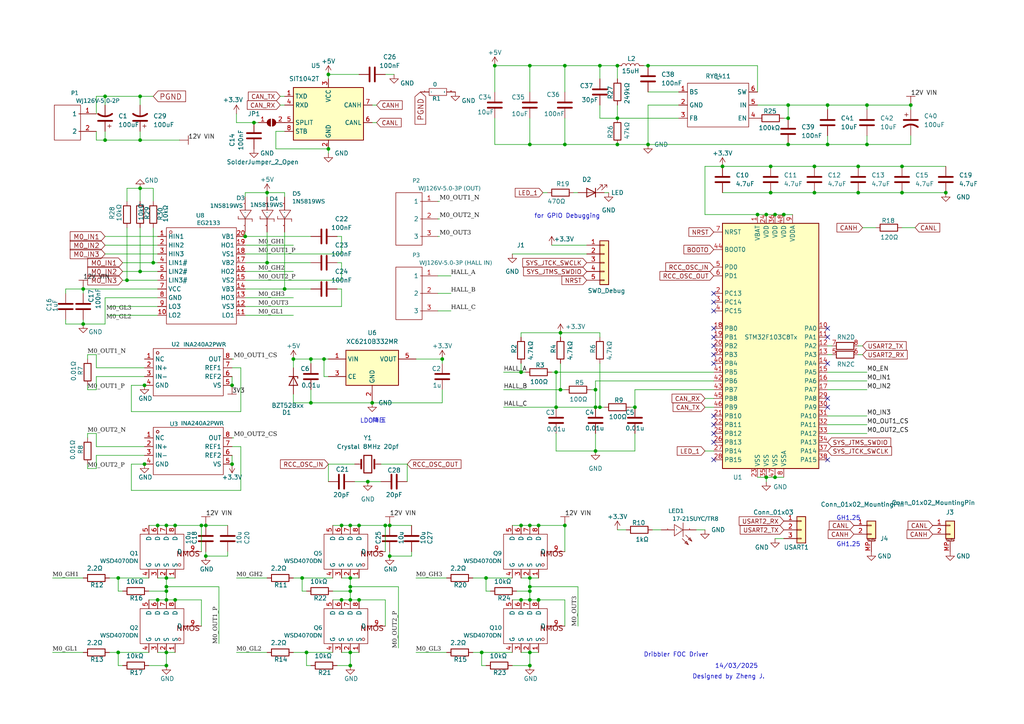
<source format=kicad_sch>
(kicad_sch (version 20231120) (generator "eeschema") (generator_version "8.0")
  (paper "A4")
  (lib_symbols
    (symbol "Connector_Generic:Conn_01x03" (pin_names (offset 1.016) hide)
      (property "Reference" "J" (at 0 5.08 0))
      (property "Value" "Conn_01x03" (at 0 -5.08 0))
      (symbol "Conn_01x03_1_1"
        (pin passive line (at -5.08 2.54 0) (length 3.81) (name "Pin_1") (number "1"))
        (pin passive line (at -5.08 0 0) (length 3.81) (name "Pin_2") (number "2"))
        (pin passive line (at -5.08 -2.54 0) (length 3.81) (name "Pin_3") (number "3"))
      )
    )
    (symbol "Connector_Generic:Conn_01x05" (pin_names (offset 1.016) hide)
      (property "Reference" "J" (at 0 7.62 0))
      (property "Value" "Conn_01x05" (at 0 -7.62 0))
      (symbol "Conn_01x05_1_1"
        (pin passive line (at -5.08 5.08 0) (length 3.81) (name "Pin_1") (number "1"))
        (pin passive line (at -5.08 2.54 0) (length 3.81) (name "Pin_2") (number "2"))
        (pin passive line (at -5.08 0 0) (length 3.81) (name "Pin_3") (number "3"))
        (pin passive line (at -5.08 -2.54 0) (length 3.81) (name "Pin_4") (number "4"))
        (pin passive line (at -5.08 -5.08 0) (length 3.81) (name "Pin_5") (number "5"))
      )
    )
    (symbol "Connector_Generic_MountingPin:Conn_01x02_MountingPin" (pin_names (offset 1.016) hide)
      (property "Reference" "J" (at 0 2.54 0))
      (property "Value" "Conn_01x02_MountingPin" (at 1.27 -5.08 0))
      (symbol "Conn_01x02_MountingPin_1_1"
        (text "Mounting" (at 0 -4.191 0) (effects (font (size 0.381 0.381))))
        (pin passive line (at -5.08 0 0) (length 3.81) (name "Pin_1") (number "1"))
        (pin passive line (at -5.08 -2.54 0) (length 3.81) (name "Pin_2") (number "2"))
        (pin passive line (at 0 -7.62 90) (length 3.048) (name "MountPin") (number "MP"))
      )
    )
    (symbol "Converter_DCDC:RY8411"
      (property "Reference" "RY8411" (at 0.254 8.128 0))
      (symbol "RY8411_1_1"
        (pin input line (at -11.43 3.81 0) (length 2.54) (name "BS") (number "1"))
        (pin input line (at -11.43 0 0) (length 2.54) (name "GND") (number "2"))
        (pin output line (at -11.43 -3.81 0) (length 2.54) (name "FB") (number "3"))
        (pin input line (at 11.43 -3.81 180) (length 2.54) (name "EN") (number "4"))
        (pin input line (at 11.43 0 180) (length 2.54) (name "IN") (number "5"))
        (pin output line (at 11.43 3.81 180) (length 2.54) (name "SW") (number "6"))
      )
    )
    (symbol "Device:C" (pin_numbers hide) (pin_names (offset 0.254))
      (property "Reference" "C" (at 0.635 2.54 0))
      (property "Value" "C" (at 0.635 -2.54 0))
      (symbol "C_1_1"
        (pin passive line (at 0 3.81 270) (length 2.794) (name "~") (number "1"))
        (pin passive line (at 0 -3.81 90) (length 2.794) (name "~") (number "2"))
      )
    )
    (symbol "Device:C_Polarized_US" (pin_numbers hide) (pin_names (offset 0.254) hide)
      (property "Reference" "C" (at 0.635 2.54 0))
      (property "Value" "C_Polarized_US" (at 0.635 -2.54 0))
      (symbol "C_Polarized_US_1_1"
        (pin passive line (at 0 3.81 270) (length 2.794) (name "~") (number "1"))
        (pin passive line (at 0 -3.81 90) (length 3.302) (name "~") (number "2"))
      )
    )
    (symbol "Device:Crystal" (pin_numbers hide) (pin_names (offset 1.016) hide)
      (property "Reference" "Y" (at 0 3.81 0))
      (property "Value" "Crystal" (at 0 -3.81 0))
      (symbol "Crystal_1_1"
        (pin passive line (at -3.81 0 0) (length 1.27) (name "1") (number "1"))
        (pin passive line (at 3.81 0 180) (length 1.27) (name "2") (number "2"))
      )
    )
    (symbol "Device:L" (pin_numbers hide) (pin_names (offset 1.016) hide)
      (property "Reference" "L" (at -1.27 0 90))
      (property "Value" "L" (at 1.905 0 90))
      (symbol "L_1_1"
        (pin passive line (at 0 3.81 270) (length 1.27) (name "1") (number "1"))
        (pin passive line (at 0 -3.81 90) (length 1.27) (name "2") (number "2"))
      )
    )
    (symbol "Device:LED" (pin_numbers hide) (pin_names (offset 1.016) hide)
      (property "Reference" "D" (at 0 2.54 0))
      (property "Value" "LED" (at 0 -2.54 0))
      (symbol "LED_1_1"
        (pin passive line (at -3.81 0 0) (length 2.54) (name "K") (number "1"))
        (pin passive line (at 3.81 0 180) (length 2.54) (name "A") (number "2"))
      )
    )
    (symbol "Device:R" (pin_numbers hide) (pin_names (offset 0))
      (property "Reference" "R" (at 2.032 0 90))
      (property "Value" "R" (at 0 0 90))
      (symbol "R_1_1"
        (pin passive line (at 0 3.81 270) (length 1.27) (name "~") (number "1"))
        (pin passive line (at 0 -3.81 90) (length 1.27) (name "~") (number "2"))
      )
    )
    (symbol "Device:R_Pack04_SIP_Split" (pin_names (offset 0) hide)
      (property "Reference" "RN" (at 2.032 0 90))
      (property "Value" "R_Pack04_SIP_Split" (at 0 0 90))
      (symbol "R_Pack04_SIP_Split_1_1"
        (pin passive line (at 0 -3.81 90) (length 1.27) (name "R1.1") (number "1"))
        (pin passive line (at 0 3.81 270) (length 1.27) (name "R1.2") (number "2"))
      )
      (symbol "R_Pack04_SIP_Split_2_1"
        (pin passive line (at 0 -3.81 90) (length 1.27) (name "R2.1") (number "3"))
        (pin passive line (at 0 3.81 270) (length 1.27) (name "R2.2") (number "4"))
      )
      (symbol "R_Pack04_SIP_Split_3_1"
        (pin passive line (at 0 -3.81 90) (length 1.27) (name "R3.1") (number "5"))
        (pin passive line (at 0 3.81 270) (length 1.27) (name "R3.2") (number "6"))
      )
      (symbol "R_Pack04_SIP_Split_4_1"
        (pin passive line (at 0 -3.81 90) (length 1.27) (name "R4.1") (number "7"))
        (pin passive line (at 0 3.81 270) (length 1.27) (name "R4.2") (number "8"))
      )
    )
    (symbol "Diode:BZT52Bxx" (pin_numbers hide) (pin_names hide)
      (property "Reference" "D" (at 0 2.54 0))
      (property "Value" "BZT52Bxx" (at 0 -2.54 0))
      (symbol "BZT52Bxx_1_1"
        (pin passive line (at -3.81 0 0) (length 2.54) (name "K") (number "1"))
        (pin passive line (at 3.81 0 180) (length 2.54) (name "A") (number "2"))
      )
    )
    (symbol "Interface_CAN_LIN:TCAN334"
      (property "Reference" "U4" (at -5.08 13.97 0))
      (property "Value" "SIT3051ESA" (at -13.97 11.43 0))
      (symbol "TCAN334_1_1"
        (pin input line (at -12.7 5.08 0) (length 2.54) (name "TXD") (number "1"))
        (pin power_in line (at 0 -10.16 90) (length 2.54) (name "GND") (number "2"))
        (pin power_in line (at 0 10.16 270) (length 2.54) (name "VCC") (number "3"))
        (pin tri_state line (at -12.7 2.54 0) (length 2.54) (name "RXD") (number "4"))
        (pin input line (at -12.7 -2.54 0) (length 2.54) (name "SPLIT") (number "5"))
        (pin bidirectional line (at 12.7 -2.54 180) (length 2.54) (name "CANL") (number "6"))
        (pin bidirectional line (at 12.7 2.54 180) (length 2.54) (name "CANH") (number "7"))
        (pin input line (at -12.7 -5.08 0) (length 2.54) (name "STB") (number "8"))
      )
    )
    (symbol "Jumper:SolderJumper_2_Open" (pin_names (offset 0) hide)
      (property "Reference" "JP" (at 0 2.032 0))
      (property "Value" "SolderJumper_2_Open" (at 0 -2.54 0))
      (symbol "SolderJumper_2_Open_1_1"
        (pin passive line (at -3.81 0 0) (length 2.54) (name "A") (number "1"))
        (pin passive line (at 3.81 0 180) (length 2.54) (name "B") (number "2"))
      )
    )
    (symbol "MCU_ST_STM32F1:STM32F103C8Tx"
      (property "Reference" "U" (at -15.24 36.83 0))
      (property "Value" "STM32F103C8Tx" (at 7.62 36.83 0))
      (symbol "STM32F103C8Tx_1_1"
        (pin power_in line (at -5.08 38.1 270) (length 2.54) (name "VBAT") (number "1"))
        (pin bidirectional line (at 15.24 5.08 180) (length 2.54) (name "PA0") (number "10"))
        (pin bidirectional line (at 15.24 2.54 180) (length 2.54) (name "PA1") (number "11"))
        (pin bidirectional line (at 15.24 0 180) (length 2.54) (name "PA2") (number "12"))
        (pin bidirectional line (at 15.24 -2.54 180) (length 2.54) (name "PA3") (number "13"))
        (pin bidirectional line (at 15.24 -5.08 180) (length 2.54) (name "PA4") (number "14"))
        (pin bidirectional line (at 15.24 -7.62 180) (length 2.54) (name "PA5") (number "15"))
        (pin bidirectional line (at 15.24 -10.16 180) (length 2.54) (name "PA6") (number "16"))
        (pin bidirectional line (at 15.24 -12.7 180) (length 2.54) (name "PA7") (number "17"))
        (pin bidirectional line (at -17.78 5.08 0) (length 2.54) (name "PB0") (number "18"))
        (pin bidirectional line (at -17.78 2.54 0) (length 2.54) (name "PB1") (number "19"))
        (pin bidirectional line (at -17.78 15.24 0) (length 2.54) (name "PC13") (number "2"))
        (pin bidirectional line (at -17.78 0 0) (length 2.54) (name "PB2") (number "20"))
        (pin bidirectional line (at -17.78 -20.32 0) (length 2.54) (name "PB10") (number "21"))
        (pin bidirectional line (at -17.78 -22.86 0) (length 2.54) (name "PB11") (number "22"))
        (pin power_in line (at -5.08 -38.1 90) (length 2.54) (name "VSS") (number "23"))
        (pin power_in line (at -2.54 38.1 270) (length 2.54) (name "VDD") (number "24"))
        (pin bidirectional line (at -17.78 -25.4 0) (length 2.54) (name "PB12") (number "25"))
        (pin bidirectional line (at -17.78 -27.94 0) (length 2.54) (name "PB13") (number "26"))
        (pin bidirectional line (at -17.78 -30.48 0) (length 2.54) (name "PB14") (number "27"))
        (pin bidirectional line (at -17.78 -33.02 0) (length 2.54) (name "PB15") (number "28"))
        (pin bidirectional line (at 15.24 -15.24 180) (length 2.54) (name "PA8") (number "29"))
        (pin bidirectional line (at -17.78 12.7 0) (length 2.54) (name "PC14") (number "3"))
        (pin bidirectional line (at 15.24 -17.78 180) (length 2.54) (name "PA9") (number "30"))
        (pin bidirectional line (at 15.24 -20.32 180) (length 2.54) (name "PA10") (number "31"))
        (pin bidirectional line (at 15.24 -22.86 180) (length 2.54) (name "PA11") (number "32"))
        (pin bidirectional line (at 15.24 -25.4 180) (length 2.54) (name "PA12") (number "33"))
        (pin bidirectional line (at 15.24 -27.94 180) (length 2.54) (name "PA13") (number "34"))
        (pin power_in line (at -2.54 -38.1 90) (length 2.54) (name "VSS") (number "35"))
        (pin power_in line (at 0 38.1 270) (length 2.54) (name "VDD") (number "36"))
        (pin bidirectional line (at 15.24 -30.48 180) (length 2.54) (name "PA14") (number "37"))
        (pin bidirectional line (at 15.24 -33.02 180) (length 2.54) (name "PA15") (number "38"))
        (pin bidirectional line (at -17.78 -2.54 0) (length 2.54) (name "PB3") (number "39"))
        (pin bidirectional line (at -17.78 10.16 0) (length 2.54) (name "PC15") (number "4"))
        (pin bidirectional line (at -17.78 -5.08 0) (length 2.54) (name "PB4") (number "40"))
        (pin bidirectional line (at -17.78 -7.62 0) (length 2.54) (name "PB5") (number "41"))
        (pin bidirectional line (at -17.78 -10.16 0) (length 2.54) (name "PB6") (number "42"))
        (pin bidirectional line (at -17.78 -12.7 0) (length 2.54) (name "PB7") (number "43"))
        (pin input line (at -17.78 27.94 0) (length 2.54) (name "BOOT0") (number "44"))
        (pin bidirectional line (at -17.78 -15.24 0) (length 2.54) (name "PB8") (number "45"))
        (pin bidirectional line (at -17.78 -17.78 0) (length 2.54) (name "PB9") (number "46"))
        (pin power_in line (at 0 -38.1 90) (length 2.54) (name "VSS") (number "47"))
        (pin power_in line (at 2.54 38.1 270) (length 2.54) (name "VDD") (number "48"))
        (pin input line (at -17.78 22.86 0) (length 2.54) (name "PD0") (number "5"))
        (pin input line (at -17.78 20.32 0) (length 2.54) (name "PD1") (number "6"))
        (pin input line (at -17.78 33.02 0) (length 2.54) (name "NRST") (number "7"))
        (pin power_in line (at 2.54 -38.1 90) (length 2.54) (name "VSSA") (number "8"))
        (pin power_in line (at 5.08 38.1 270) (length 2.54) (name "VDDA") (number "9"))
      )
    )
    (symbol "Regulator_Linear:XC6210B332MR"
      (property "Reference" "U" (at 0 8.89 0))
      (property "Value" "XC6210B332MR" (at 0 6.35 0))
      (symbol "XC6210B332MR_1_1"
        (pin power_in line (at -12.7 2.54 0) (length 5.08) (name "VIN") (number "1"))
        (pin power_in line (at 0 -10.16 90) (length 5.08) (name "GND") (number "2"))
        (pin input line (at -12.7 -2.54 0) (length 5.08) (name "CE") (number "3"))
        (pin no_connect line (at 7.62 -2.54 180) (length 5.08) hide (name "NC") (number "4"))
        (pin power_out line (at 12.7 2.54 180) (length 5.08) (name "VOUT") (number "5"))
      )
    )
    (symbol "SCH_DengFO-easyedapro:0"
      (property "Reference" "R" (at 0 0 0))
      (symbol "0_1_0"
        (pin input line (at -5.08 0 0) (length 2.54) (name "1") (number "1"))
        (pin input line (at 5.08 0 180) (length 2.54) (name "2") (number "2"))
      )
    )
    (symbol "SCH_DengFO-easyedapro:17-21SUYC/TR8"
      (property "Reference" "LED" (at 0 0 0))
      (symbol "17-21SUYC/TR8_1_0"
        (pin input line (at -5.08 0 0) (length 3.81) (name "-") (number "1"))
        (pin input line (at 5.08 0 180) (length 3.81) (name "+") (number "2"))
      )
    )
    (symbol "SCH_DengFO-easyedapro:1N5819WS"
      (property "Reference" "D" (at 0 0 0))
      (symbol "1N5819WS_1_0"
        (pin input line (at -5.08 0 0) (length 3.81) (name "C") (number "1"))
        (pin input line (at 5.08 0 180) (length 3.81) (name "A") (number "2"))
      )
    )
    (symbol "SCH_DengFO-easyedapro:3V3" (power) (pin_numbers hide) (pin_names hide)
      (symbol "3V3_1_0"
        (pin power_in line (at 0 0 0) (length 0) (name "3V3") (number ""))
      )
    )
    (symbol "SCH_DengFO-easyedapro:5V" (power) (pin_numbers hide) (pin_names hide)
      (symbol "5V_1_0"
        (pin power_in line (at 0 0 0) (length 0) (name "5V") (number ""))
      )
    )
    (symbol "SCH_DengFO-easyedapro:EG2133"
      (property "Reference" "U" (at 0 0 0))
      (symbol "EG2133_1_0"
        (pin input line (at -12.7 11.43 0) (length 2.54) (name "HIN1") (number "1"))
        (pin input line (at -12.7 -11.43 0) (length 2.54) (name "LO2") (number "10"))
        (pin input line (at 12.7 -11.43 180) (length 2.54) (name "LO1") (number "11"))
        (pin input line (at 12.7 -8.89 180) (length 2.54) (name "VS3") (number "12"))
        (pin input line (at 12.7 -6.35 180) (length 2.54) (name "HO3") (number "13"))
        (pin input line (at 12.7 -3.81 180) (length 2.54) (name "VB3") (number "14"))
        (pin input line (at 12.7 -1.27 180) (length 2.54) (name "VS2") (number "15"))
        (pin input line (at 12.7 1.27 180) (length 2.54) (name "HO2") (number "16"))
        (pin input line (at 12.7 3.81 180) (length 2.54) (name "VB2") (number "17"))
        (pin input line (at 12.7 6.35 180) (length 2.54) (name "VS1") (number "18"))
        (pin input line (at 12.7 8.89 180) (length 2.54) (name "HO1") (number "19"))
        (pin input line (at -12.7 8.89 0) (length 2.54) (name "HIN2") (number "2"))
        (pin input line (at 12.7 11.43 180) (length 2.54) (name "VB1") (number "20"))
        (pin input line (at -12.7 6.35 0) (length 2.54) (name "HIN3") (number "3"))
        (pin input line (at -12.7 3.81 0) (length 2.54) (name "LIN1#") (number "4"))
        (pin input line (at -12.7 1.27 0) (length 2.54) (name "LIN2#") (number "5"))
        (pin input line (at -12.7 -1.27 0) (length 2.54) (name "LIN3#") (number "6"))
        (pin input line (at -12.7 -3.81 0) (length 2.54) (name "VCC") (number "7"))
        (pin input line (at -12.7 -6.35 0) (length 2.54) (name "GND") (number "8"))
        (pin input line (at -12.7 -8.89 0) (length 2.54) (name "LO3") (number "9"))
      )
    )
    (symbol "SCH_DengFO-easyedapro:INA240A2PWR"
      (property "Reference" "U" (at 0 0 0))
      (symbol "INA240A2PWR_1_0"
        (pin input line (at -12.7 3.81 0) (length 2.54) (name "NC") (number "1"))
        (pin input line (at -12.7 1.27 0) (length 2.54) (name "IN+") (number "2"))
        (pin input line (at -12.7 -1.27 0) (length 2.54) (name "IN-") (number "3"))
        (pin input line (at -12.7 -3.81 0) (length 2.54) (name "GND") (number "4"))
        (pin input line (at 12.7 -3.81 180) (length 2.54) (name "VS") (number "5"))
        (pin input line (at 12.7 -1.27 180) (length 2.54) (name "REF2") (number "6"))
        (pin input line (at 12.7 1.27 180) (length 2.54) (name "REF1") (number "7"))
        (pin input line (at 12.7 3.81 180) (length 2.54) (name "OUT") (number "8"))
      )
    )
    (symbol "SCH_DengFO-easyedapro:VIN" (power) (pin_numbers hide) (pin_names hide)
      (symbol "VIN_1_0"
        (pin power_in line (at 0 0 0) (length 0) (name "VIN") (number ""))
      )
    )
    (symbol "SCH_DengFO-easyedapro:WJ126V-5.0-2P"
      (property "Reference" "P" (at 0 0 0))
      (symbol "WJ126V-5.0-2P_1_0"
        (pin input line (at 5.08 2.54 180) (length 5.08) (name "1") (number "1"))
        (pin input line (at 5.08 -2.54 180) (length 5.08) (name "2") (number "2"))
      )
    )
    (symbol "SCH_DengFO-easyedapro:WJ126V-5.0-3P"
      (property "Reference" "P" (at 0 0 0))
      (symbol "WJ126V-5.0-3P_1_0"
        (pin input line (at 5.08 5.08 180) (length 5.08) (name "1") (number "1"))
        (pin input line (at 5.08 0 180) (length 5.08) (name "2") (number "2"))
        (pin input line (at 5.08 -5.08 180) (length 5.08) (name "3") (number "3"))
      )
    )
    (symbol "SCH_DengFO-easyedapro:WSD4070DN"
      (property "Reference" "Q" (at 0 0 0))
      (symbol "WSD4070DN_1_0"
        (text "NMOS" (at -1.6256 -2.9718 2700) (effects (font (size 1.5748 1.5748)) (justify right bottom)))
        (pin input line (at -7.62 -2.54 0) (length 2.54) (name "S") (number "1"))
        (pin input line (at -7.62 0 0) (length 2.54) (name "S") (number "2"))
        (pin input line (at -7.62 2.54 0) (length 2.54) (name "S") (number "3"))
        (pin input line (at -7.62 5.08 0) (length 2.54) (name "G") (number "4"))
        (pin input line (at 7.62 5.08 180) (length 2.54) (name "D") (number "5"))
        (pin input line (at 7.62 2.54 180) (length 2.54) (name "D") (number "6"))
        (pin input line (at 7.62 0 180) (length 2.54) (name "D") (number "7"))
        (pin input line (at 7.62 -2.54 180) (length 2.54) (name "D") (number "8"))
        (pin input line (at 0 -10.16 90) (length 5.08) (name "D") (number "9"))
      )
    )
    (symbol "power:+3.3V" (power) (pin_names (offset 0))
      (property "Value" "+3.3V" (at 0 3.556 0))
      (symbol "+3.3V_1_1"
        (pin power_in line (at 0 0 90) (length 0) hide (name "+3.3V") (number "1"))
      )
    )
    (symbol "power:GND" (power) (pin_names (offset 0))
      (property "Value" "GND" (at 0 -3.81 0))
      (symbol "GND_1_1"
        (pin power_in line (at 0 0 270) (length 0) hide (name "GND") (number "1"))
      )
    )
  )
  (junction (at 219.71 62.23))
  (junction (at 179.07 41.91))
  (junction (at 179.07 34.29))
  (junction (at 172.72 130.81))
  (junction (at 224.79 62.23))
  (junction (at 153.67 193.04))
  (junction (at 153.67 152.4))
  (junction (at 48.26 171.45))
  (junction (at 223.52 55.88))
  (junction (at 90.17 104.14))
  (junction (at 153.67 19.05))
  (junction (at 104.14 152.4))
  (junction (at 34.29 189.23))
  (junction (at 48.26 170.18))
  (junction (at 153.67 170.18))
  (junction (at 173.99 118.11))
  (junction (at 41.91 111.76))
  (junction (at 30.48 27.94))
  (junction (at 236.22 48.26))
  (junction (at 45.72 152.4))
  (junction (at 128.27 104.14))
  (junction (at 48.26 152.4))
  (junction (at 44.45 76.2))
  (junction (at 101.6 189.23))
  (junction (at 139.7 189.23))
  (junction (at 264.16 30.48))
  (junction (at 143.51 19.05))
  (junction (at 227.33 62.23))
  (junction (at 67.31 111.76))
  (junction (at 40.64 27.94))
  (junction (at 40.64 54.61))
  (junction (at 48.26 193.04))
  (junction (at 179.07 19.05))
  (junction (at 30.48 40.64))
  (junction (at 104.14 173.99))
  (junction (at 93.98 104.14))
  (junction (at 113.03 161.29))
  (junction (at 82.55 83.82))
  (junction (at 58.42 152.4))
  (junction (at 50.8 173.99))
  (junction (at 161.29 118.11))
  (junction (at 34.29 167.64))
  (junction (at 163.83 152.4))
  (junction (at 40.64 40.64))
  (junction (at 261.62 48.26))
  (junction (at 162.56 113.03))
  (junction (at 156.21 152.4))
  (junction (at 261.62 55.88))
  (junction (at 88.9 189.23))
  (junction (at 163.83 19.05))
  (junction (at 50.8 152.4))
  (junction (at 274.32 55.88))
  (junction (at 251.46 41.91))
  (junction (at 99.06 173.99))
  (junction (at 187.96 41.91))
  (junction (at 48.26 189.23))
  (junction (at 172.72 118.11))
  (junction (at 45.72 173.99))
  (junction (at 59.69 161.29))
  (junction (at 209.55 48.26))
  (junction (at 240.03 30.48))
  (junction (at 222.25 62.23))
  (junction (at 151.13 107.95))
  (junction (at 187.96 19.05))
  (junction (at 101.6 173.99))
  (junction (at 161.29 107.95))
  (junction (at 173.99 19.05))
  (junction (at 90.17 116.84))
  (junction (at 153.67 171.45))
  (junction (at 151.13 152.4))
  (junction (at 248.92 48.26))
  (junction (at 99.06 152.4))
  (junction (at 73.66 35.56))
  (junction (at 77.47 55.88))
  (junction (at 85.09 104.14))
  (junction (at 248.92 55.88))
  (junction (at 48.26 173.99))
  (junction (at 59.69 152.4))
  (junction (at 95.25 21.59))
  (junction (at 153.67 189.23))
  (junction (at 87.63 167.64))
  (junction (at 151.13 173.99))
  (junction (at 153.67 173.99))
  (junction (at 140.97 167.64))
  (junction (at 228.6 41.91))
  (junction (at 106.68 139.7))
  (junction (at 41.91 134.62))
  (junction (at 224.79 138.43))
  (junction (at 101.6 167.64))
  (junction (at 101.6 171.45))
  (junction (at 223.52 48.26))
  (junction (at 156.21 173.99))
  (junction (at 107.95 116.84))
  (junction (at 153.67 41.91))
  (junction (at 101.6 193.04))
  (junction (at 113.03 152.4))
  (junction (at 101.6 170.18))
  (junction (at 67.31 134.62))
  (junction (at 40.64 78.74))
  (junction (at 222.25 138.43))
  (junction (at 184.15 118.11))
  (junction (at 24.13 83.82))
  (junction (at 240.03 41.91))
  (junction (at 77.47 76.2))
  (junction (at 48.26 167.64))
  (junction (at 36.83 81.28))
  (junction (at 228.6 30.48))
  (junction (at 251.46 30.48))
  (junction (at 236.22 55.88))
  (junction (at 153.67 167.64))
  (junction (at 162.56 96.52))
  (junction (at 228.6 34.29))
  (junction (at 71.12 68.58))
  (junction (at 101.6 152.4))
  (junction (at 163.83 41.91))
  (junction (at 24.13 93.98))
  (junction (at 95.25 43.18))
  (junction (at 111.76 152.4))
  (junction (at 172.72 113.03))
  (no_connect (at 240.03 97.79))
  (no_connect (at 240.03 133.35))
  (no_connect (at 207.01 105.41))
  (no_connect (at 207.01 97.79))
  (no_connect (at 207.01 128.27))
  (no_connect (at 207.01 102.87))
  (no_connect (at 240.03 115.57))
  (no_connect (at 207.01 85.09))
  (no_connect (at 207.01 100.33))
  (no_connect (at 207.01 90.17))
  (no_connect (at 240.03 118.11))
  (no_connect (at 207.01 87.63))
  (no_connect (at 207.01 125.73))
  (no_connect (at 207.01 120.65))
  (no_connect (at 240.03 95.25))
  (no_connect (at 207.01 133.35))
  (no_connect (at 207.01 123.19))
  (no_connect (at 207.01 95.25))
  (no_connect (at 240.03 105.41))
  (wire (pts (xy 71.12 71.12) (xy 85.09 71.12)))
  (wire (pts (xy 24.13 92.71) (xy 24.13 93.98)))
  (wire (pts (xy 179.07 22.86) (xy 179.07 19.05)))
  (wire (pts (xy 99.06 76.2) (xy 97.79 76.2)))
  (wire (pts (xy 153.67 171.45) (xy 153.67 173.99)))
  (wire (pts (xy 172.72 125.73) (xy 172.72 130.81)))
  (wire (pts (xy 184.15 113.03) (xy 207.01 113.03)))
  (wire (pts (xy 71.12 91.44) (xy 85.09 91.44)))
  (wire (pts (xy 151.13 96.52) (xy 162.56 96.52)))
  (wire (pts (xy 99.06 173.99) (xy 96.52 173.99)))
  (wire (pts (xy 85.09 114.3) (xy 85.09 116.84)))
  (wire (pts (xy 156.21 173.99) (xy 163.83 173.99)))
  (wire (pts (xy 162.56 96.52) (xy 162.56 97.79)))
  (wire (pts (xy 153.67 170.18) (xy 153.67 167.64)))
  (wire (pts (xy 41.91 111.76) (xy 38.1 111.76)))
  (wire (pts (xy 35.56 81.28) (xy 36.83 81.28)))
  (wire (pts (xy 163.83 34.29) (xy 163.83 41.91)))
  (wire (pts (xy 153.67 26.67) (xy 153.67 19.05)))
  (wire (pts (xy 87.63 171.45) (xy 88.9 171.45)))
  (wire (pts (xy 48.26 189.23) (xy 45.72 189.23)))
  (wire (pts (xy 19.05 85.09) (xy 19.05 83.82)))
  (wire (pts (xy 93.98 104.14) (xy 93.98 109.22)))
  (wire (pts (xy 68.58 189.23) (xy 77.47 189.23)))
  (wire (pts (xy 137.16 189.23) (xy 139.7 189.23)))
  (wire (pts (xy 162.56 105.41) (xy 162.56 113.03)))
  (wire (pts (xy 204.47 118.11) (xy 207.01 118.11)))
  (wire (pts (xy 97.79 83.82) (xy 99.06 83.82)))
  (wire (pts (xy 228.6 41.91) (xy 240.03 41.91)))
  (wire (pts (xy 27.94 27.94) (xy 27.94 33.02)))
  (wire (pts (xy 187.96 30.48) (xy 187.96 41.91)))
  (wire (pts (xy 146.05 107.95) (xy 151.13 107.95)))
  (wire (pts (xy 151.13 105.41) (xy 151.13 107.95)))
  (wire (pts (xy 66.04 161.29) (xy 66.04 160.02)))
  (wire (pts (xy 179.07 153.67) (xy 181.61 153.67)))
  (wire (pts (xy 38.1 134.62) (xy 38.1 142.24)))
  (wire (pts (xy 151.13 107.95) (xy 152.4 107.95)))
  (wire (pts (xy 240.03 120.65) (xy 251.46 120.65)))
  (wire (pts (xy 69.85 129.54) (xy 67.31 129.54)))
  (wire (pts (xy 173.99 118.11) (xy 175.26 118.11)))
  (wire (pts (xy 27.94 27.94) (xy 30.48 27.94)))
  (wire (pts (xy 119.38 152.4) (xy 113.03 152.4)))
  (wire (pts (xy 43.18 171.45) (xy 48.26 171.45)))
  (wire (pts (xy 34.29 167.64) (xy 43.18 167.64)))
  (wire (pts (xy 40.64 27.94) (xy 44.45 27.94)))
  (wire (pts (xy 71.12 73.66) (xy 99.06 73.66)))
  (wire (pts (xy 236.22 55.88) (xy 248.92 55.88)))
  (wire (pts (xy 63.5 170.18) (xy 48.26 170.18)))
  (wire (pts (xy 143.51 19.05) (xy 143.51 26.67)))
  (wire (pts (xy 240.03 113.03) (xy 251.46 113.03)))
  (wire (pts (xy 148.59 193.04) (xy 153.67 193.04)))
  (wire (pts (xy 82.55 55.88) (xy 77.47 55.88)))
  (wire (pts (xy 204.47 62.23) (xy 204.47 48.26)))
  (wire (pts (xy 161.29 107.95) (xy 161.29 118.11)))
  (wire (pts (xy 15.24 189.23) (xy 24.13 189.23)))
  (wire (pts (xy 80.01 43.18) (xy 95.25 43.18)))
  (wire (pts (xy 85.09 189.23) (xy 88.9 189.23)))
  (wire (pts (xy 40.64 78.74) (xy 45.72 78.74)))
  (wire (pts (xy 101.6 167.64) (xy 101.6 170.18)))
  (wire (pts (xy 187.96 41.91) (xy 228.6 41.91)))
  (wire (pts (xy 97.79 193.04) (xy 101.6 193.04)))
  (wire (pts (xy 251.46 30.48) (xy 264.16 30.48)))
  (wire (pts (xy 219.71 30.48) (xy 228.6 30.48)))
  (wire (pts (xy 172.72 130.81) (xy 184.15 130.81)))
  (wire (pts (xy 172.72 113.03) (xy 171.45 113.03)))
  (wire (pts (xy 87.63 167.64) (xy 96.52 167.64)))
  (wire (pts (xy 50.8 173.99) (xy 48.26 173.99)))
  (wire (pts (xy 228.6 30.48) (xy 228.6 34.29)))
  (wire (pts (xy 44.45 76.2) (xy 45.72 76.2)))
  (wire (pts (xy 166.37 55.88) (xy 167.64 55.88)))
  (wire (pts (xy 157.48 55.88) (xy 158.75 55.88)))
  (wire (pts (xy 140.97 171.45) (xy 140.97 167.64)))
  (wire (pts (xy 209.55 55.88) (xy 223.52 55.88)))
  (wire (pts (xy 224.79 156.21) (xy 227.33 156.21)))
  (wire (pts (xy 50.8 152.4) (xy 48.26 152.4)))
  (wire (pts (xy 99.06 68.58) (xy 99.06 73.66)))
  (wire (pts (xy 59.69 152.4) (xy 58.42 152.4)))
  (wire (pts (xy 153.67 170.18) (xy 167.64 170.18)))
  (wire (pts (xy 90.17 113.03) (xy 90.17 116.84)))
  (wire (pts (xy 115.57 170.18) (xy 115.57 187.96)))
  (wire (pts (xy 90.17 83.82) (xy 82.55 83.82)))
  (wire (pts (xy 31.75 91.44) (xy 45.72 91.44)))
  (wire (pts (xy 109.22 30.48) (xy 107.95 30.48)))
  (wire (pts (xy 163.83 26.67) (xy 163.83 19.05)))
  (wire (pts (xy 172.72 110.49) (xy 172.72 113.03)))
  (wire (pts (xy 25.4 113.03) (xy 27.94 113.03)))
  (wire (pts (xy 95.25 21.59) (xy 104.14 21.59)))
  (wire (pts (xy 69.85 106.68) (xy 67.31 106.68)))
  (wire (pts (xy 71.12 67.31) (xy 71.12 68.58)))
  (wire (pts (xy 186.69 19.05) (xy 187.96 19.05)))
  (wire (pts (xy 127 63.5) (xy 127.508 63.5)))
  (wire (pts (xy 163.83 41.91) (xy 179.07 41.91)))
  (wire (pts (xy 161.29 107.95) (xy 207.01 107.95)))
  (wire (pts (xy 204.47 48.26) (xy 209.55 48.26)))
  (wire (pts (xy 30.48 68.58) (xy 45.72 68.58)))
  (wire (pts (xy 250.19 100.33) (xy 248.92 100.33)))
  (wire (pts (xy 34.29 193.04) (xy 35.56 193.04)))
  (wire (pts (xy 204.47 130.81) (xy 207.01 130.81)))
  (wire (pts (xy 30.48 73.66) (xy 45.72 73.66)))
  (wire (pts (xy 160.02 107.95) (xy 161.29 107.95)))
  (wire (pts (xy 219.71 26.67) (xy 219.71 19.05)))
  (wire (pts (xy 27.94 132.08) (xy 41.91 132.08)))
  (wire (pts (xy 25.4 125.73) (xy 27.94 125.73)))
  (wire (pts (xy 111.76 152.4) (xy 104.14 152.4)))
  (wire (pts (xy 68.58 35.56) (xy 73.66 35.56)))
  (wire (pts (xy 204.47 115.57) (xy 207.01 115.57)))
  (wire (pts (xy 25.4 102.87) (xy 25.4 104.14)))
  (wire (pts (xy 127 58.42) (xy 127.508 58.42)))
  (wire (pts (xy 77.47 55.88) (xy 71.12 55.88)))
  (wire (pts (xy 151.13 97.79) (xy 151.13 96.52)))
  (wire (pts (xy 93.98 104.14) (xy 95.25 104.14)))
  (wire (pts (xy 19.05 83.82) (xy 24.13 83.82)))
  (wire (pts (xy 40.64 38.1) (xy 40.64 40.64)))
  (wire (pts (xy 71.12 88.9) (xy 99.06 88.9)))
  (wire (pts (xy 27.94 113.03) (xy 27.94 109.22)))
  (wire (pts (xy 71.12 78.74) (xy 85.09 78.74)))
  (wire (pts (xy 161.29 130.81) (xy 172.72 130.81)))
  (wire (pts (xy 146.05 113.03) (xy 162.56 113.03)))
  (wire (pts (xy 30.48 93.98) (xy 30.48 86.36)))
  (wire (pts (xy 77.47 76.2) (xy 71.12 76.2)))
  (wire (pts (xy 222.25 138.43) (xy 224.79 138.43)))
  (wire (pts (xy 73.66 35.56) (xy 74.93 35.56)))
  (wire (pts (xy 240.03 41.91) (xy 251.46 41.91)))
  (wire (pts (xy 182.88 118.11) (xy 184.15 118.11)))
  (wire (pts (xy 113.03 161.29) (xy 113.03 160.02)))
  (wire (pts (xy 173.99 96.52) (xy 173.99 97.79)))
  (wire (pts (xy 48.26 189.23) (xy 48.26 193.04)))
  (wire (pts (xy 179.07 41.91) (xy 187.96 41.91)))
  (wire (pts (xy 120.65 104.14) (xy 128.27 104.14)))
  (wire (pts (xy 27.94 109.22) (xy 41.91 109.22)))
  (wire (pts (xy 140.97 171.45) (xy 142.24 171.45)))
  (wire (pts (xy 236.22 48.26) (xy 248.92 48.26)))
  (wire (pts (xy 50.8 189.23) (xy 48.26 189.23)))
  (wire (pts (xy 148.59 152.4) (xy 151.13 152.4)))
  (wire (pts (xy 85.09 104.14) (xy 90.17 104.14)))
  (wire (pts (xy 82.55 67.31) (xy 82.55 83.82)))
  (wire (pts (xy 27.94 129.54) (xy 41.91 129.54)))
  (wire (pts (xy 222.25 139.7) (xy 222.25 138.43)))
  (wire (pts (xy 101.6 171.45) (xy 101.6 173.99)))
  (wire (pts (xy 128.27 104.14) (xy 128.27 105.41)))
  (wire (pts (xy 114.3 21.59) (xy 111.76 21.59)))
  (wire (pts (xy 45.72 152.4) (xy 43.18 152.4)))
  (wire (pts (xy 146.05 118.11) (xy 161.29 118.11)))
  (wire (pts (xy 101.6 167.64) (xy 99.06 167.64)))
  (wire (pts (xy 251.46 31.75) (xy 251.46 30.48)))
  (wire (pts (xy 219.71 19.05) (xy 187.96 19.05)))
  (wire (pts (xy 227.33 62.23) (xy 229.87 62.23)))
  (wire (pts (xy 241.3 100.33) (xy 240.03 100.33)))
  (wire (pts (xy 240.03 39.37) (xy 240.03 41.91)))
  (wire (pts (xy 184.15 125.73) (xy 184.15 130.81)))
  (wire (pts (xy 227.33 34.29) (xy 228.6 34.29)))
  (wire (pts (xy 179.07 30.48) (xy 179.07 34.29)))
  (wire (pts (xy 40.64 40.64) (xy 52.07 40.64)))
  (wire (pts (xy 173.99 30.48) (xy 173.99 34.29)))
  (wire (pts (xy 240.03 110.49) (xy 251.46 110.49)))
  (wire (pts (xy 30.48 86.36) (xy 45.72 86.36)))
  (wire (pts (xy 219.71 62.23) (xy 222.25 62.23)))
  (wire (pts (xy 19.05 93.98) (xy 19.05 92.71)))
  (wire (pts (xy 99.06 152.4) (xy 96.52 152.4)))
  (wire (pts (xy 96.52 171.45) (xy 101.6 171.45)))
  (wire (pts (xy 88.9 193.04) (xy 88.9 189.23)))
  (wire (pts (xy 240.03 107.95) (xy 251.46 107.95)))
  (wire (pts (xy 140.97 167.64) (xy 148.59 167.64)))
  (wire (pts (xy 172.72 118.11) (xy 173.99 118.11)))
  (wire (pts (xy 241.3 102.87) (xy 240.03 102.87)))
  (wire (pts (xy 36.83 54.61) (xy 40.64 54.61)))
  (wire (pts (xy 88.9 189.23) (xy 96.52 189.23)))
  (wire (pts (xy 106.68 139.7) (xy 110.49 139.7)))
  (wire (pts (xy 223.52 55.88) (xy 236.22 55.88)))
  (wire (pts (xy 71.12 81.28) (xy 99.06 81.28)))
  (wire (pts (xy 45.72 173.99) (xy 43.18 173.99)))
  (wire (pts (xy 38.1 119.38) (xy 69.85 119.38)))
  (wire (pts (xy 120.65 167.64) (xy 129.54 167.64)))
  (wire (pts (xy 102.87 139.7) (xy 106.68 139.7)))
  (wire (pts (xy 148.59 73.66) (xy 170.18 73.66)))
  (wire (pts (xy 101.6 189.23) (xy 101.6 193.04)))
  (wire (pts (xy 104.14 189.23) (xy 101.6 189.23)))
  (wire (pts (xy 67.31 132.08) (xy 67.31 134.62)))
  (wire (pts (xy 35.56 78.74) (xy 40.64 78.74)))
  (wire (pts (xy 48.26 173.99) (xy 45.72 173.99)))
  (wire (pts (xy 58.42 173.99) (xy 50.8 173.99)))
  (wire (pts (xy 128.27 113.03) (xy 128.27 116.84)))
  (wire (pts (xy 104.14 173.99) (xy 101.6 173.99)))
  (wire (pts (xy 240.03 30.48) (xy 251.46 30.48)))
  (wire (pts (xy 143.51 41.91) (xy 153.67 41.91)))
  (wire (pts (xy 143.51 19.05) (xy 153.67 19.05)))
  (wire (pts (xy 30.48 71.12) (xy 45.72 71.12)))
  (wire (pts (xy 261.62 55.88) (xy 274.32 55.88)))
  (wire (pts (xy 38.1 142.24) (xy 69.85 142.24)))
  (wire (pts (xy 248.92 55.88) (xy 261.62 55.88)))
  (wire (pts (xy 120.65 189.23) (xy 129.54 189.23)))
  (wire (pts (xy 224.79 62.23) (xy 227.33 62.23)))
  (wire (pts (xy 59.69 160.02) (xy 59.69 161.29)))
  (wire (pts (xy 153.67 173.99) (xy 156.21 173.99)))
  (wire (pts (xy 67.31 104.14) (xy 67.818 104.14)))
  (wire (pts (xy 97.79 68.58) (xy 99.06 68.58)))
  (wire (pts (xy 148.59 173.99) (xy 151.13 173.99)))
  (wire (pts (xy 58.42 160.02) (xy 58.42 152.4)))
  (wire (pts (xy 172.72 110.49) (xy 207.01 110.49)))
  (wire (pts (xy 101.6 173.99) (xy 99.06 173.99)))
  (wire (pts (xy 153.67 189.23) (xy 156.21 189.23)))
  (wire (pts (xy 95.25 21.59) (xy 95.25 22.86)))
  (wire (pts (xy 90.17 116.84) (xy 107.95 116.84)))
  (wire (pts (xy 153.67 170.18) (xy 153.67 171.45)))
  (wire (pts (xy 153.67 34.29) (xy 153.67 41.91)))
  (wire (pts (xy 264.16 31.75) (xy 264.16 30.48)))
  (wire (pts (xy 81.28 30.48) (xy 82.55 30.48)))
  (wire (pts (xy 209.55 48.26) (xy 223.52 48.26)))
  (wire (pts (xy 71.12 68.58) (xy 90.17 68.58)))
  (wire (pts (xy 80.01 38.1) (xy 80.01 43.18)))
  (wire (pts (xy 149.86 171.45) (xy 153.67 171.45)))
  (wire (pts (xy 151.13 152.4) (xy 153.67 152.4)))
  (wire (pts (xy 189.23 153.67) (xy 191.77 153.67)))
  (wire (pts (xy 40.64 27.94) (xy 40.64 30.48)))
  (wire (pts (xy 139.7 189.23) (xy 148.59 189.23)))
  (wire (pts (xy 27.94 102.87) (xy 27.94 106.68)))
  (wire (pts (xy 250.19 66.04) (xy 254 66.04)))
  (wire (pts (xy 173.99 105.41) (xy 173.99 118.11)))
  (wire (pts (xy 38.1 111.76) (xy 38.1 119.38)))
  (wire (pts (xy 101.6 170.18) (xy 101.6 171.45)))
  (wire (pts (xy 90.17 105.41) (xy 90.17 104.14)))
  (wire (pts (xy 173.99 19.05) (xy 179.07 19.05)))
  (wire (pts (xy 95.25 109.22) (xy 93.98 109.22)))
  (wire (pts (xy 90.17 76.2) (xy 77.47 76.2)))
  (wire (pts (xy 27.94 40.64) (xy 27.94 38.1)))
  (wire (pts (xy 88.9 193.04) (xy 90.17 193.04)))
  (wire (pts (xy 228.6 30.48) (xy 240.03 30.48)))
  (wire (pts (xy 63.5 170.18) (xy 63.5 186.69)))
  (wire (pts (xy 127 68.58) (xy 127.508 68.58)))
  (wire (pts (xy 71.12 86.36) (xy 85.09 86.36)))
  (wire (pts (xy 41.91 134.62) (xy 38.1 134.62)))
  (wire (pts (xy 95.25 139.7) (xy 95.25 134.62)))
  (wire (pts (xy 34.29 171.45) (xy 35.56 171.45)))
  (wire (pts (xy 82.55 83.82) (xy 71.12 83.82)))
  (wire (pts (xy 24.13 85.09) (xy 24.13 83.82)))
  (wire (pts (xy 119.38 160.02) (xy 119.38 161.29)))
  (wire (pts (xy 85.09 116.84) (xy 90.17 116.84)))
  (wire (pts (xy 27.94 40.64) (xy 30.48 40.64)))
  (wire (pts (xy 25.4 102.87) (xy 27.94 102.87)))
  (wire (pts (xy 161.29 125.73) (xy 161.29 130.81)))
  (wire (pts (xy 15.24 167.64) (xy 24.13 167.64)))
  (wire (pts (xy 30.48 27.94) (xy 30.48 30.48)))
  (wire (pts (xy 113.03 152.4) (xy 111.76 152.4)))
  (wire (pts (xy 119.38 161.29) (xy 113.03 161.29)))
  (wire (pts (xy 109.22 35.56) (xy 107.95 35.56)))
  (wire (pts (xy 40.64 54.61) (xy 40.64 58.42)))
  (wire (pts (xy 40.64 54.61) (xy 44.45 54.61)))
  (wire (pts (xy 85.09 106.68) (xy 85.09 104.14)))
  (wire (pts (xy 201.93 153.67) (xy 204.47 153.67)))
  (wire (pts (xy 81.28 27.94) (xy 82.55 27.94)))
  (wire (pts (xy 127 80.01) (xy 130.81 80.01)))
  (wire (pts (xy 35.56 76.2) (xy 44.45 76.2)))
  (wire (pts (xy 25.4 111.76) (xy 25.4 113.03)))
  (wire (pts (xy 153.67 189.23) (xy 153.67 193.04)))
  (wire (pts (xy 240.03 125.73) (xy 251.46 125.73)))
  (wire (pts (xy 265.43 66.04) (xy 261.62 66.04)))
  (wire (pts (xy 172.72 113.03) (xy 172.72 118.11)))
  (wire (pts (xy 156.21 152.4) (xy 163.83 152.4)))
  (wire (pts (xy 153.67 19.05) (xy 163.83 19.05)))
  (wire (pts (xy 127 85.09) (xy 130.81 85.09)))
  (wire (pts (xy 82.55 38.1) (xy 80.01 38.1)))
  (wire (pts (xy 24.13 93.98) (xy 19.05 93.98)))
  (wire (pts (xy 27.94 106.68) (xy 41.91 106.68)))
  (wire (pts (xy 27.94 125.73) (xy 27.94 129.54)))
  (wire (pts (xy 85.09 167.64) (xy 87.63 167.64)))
  (wire (pts (xy 111.76 173.99) (xy 111.76 181.61)))
  (wire (pts (xy 25.4 135.89) (xy 27.94 135.89)))
  (wire (pts (xy 48.26 170.18) (xy 48.26 171.45)))
  (wire (pts (xy 67.31 127) (xy 67.818 127)))
  (wire (pts (xy 107.95 116.84) (xy 128.27 116.84)))
  (wire (pts (xy 95.25 134.62) (xy 102.87 134.62)))
  (wire (pts (xy 251.46 41.91) (xy 264.16 41.91)))
  (wire (pts (xy 153.67 41.91) (xy 163.83 41.91)))
  (wire (pts (xy 173.99 34.29) (xy 179.07 34.29)))
  (wire (pts (xy 104.14 167.64) (xy 101.6 167.64)))
  (wire (pts (xy 248.92 48.26) (xy 261.62 48.26)))
  (wire (pts (xy 67.31 109.22) (xy 67.31 111.76)))
  (wire (pts (xy 101.6 152.4) (xy 99.06 152.4)))
  (wire (pts (xy 44.45 54.61) (xy 44.45 58.42)))
  (wire (pts (xy 95.25 44.45) (xy 95.25 43.18)))
  (wire (pts (xy 173.99 22.86) (xy 173.99 19.05)))
  (wire (pts (xy 99.06 83.82) (xy 99.06 88.9)))
  (wire (pts (xy 101.6 189.23) (xy 99.06 189.23)))
  (wire (pts (xy 69.85 119.38) (xy 69.85 106.68)))
  (wire (pts (xy 50.8 167.64) (xy 48.26 167.64)))
  (wire (pts (xy 69.85 142.24) (xy 69.85 129.54)))
  (wire (pts (xy 151.13 173.99) (xy 153.67 173.99)))
  (wire (pts (xy 151.13 189.23) (xy 153.67 189.23)))
  (wire (pts (xy 40.64 66.04) (xy 40.64 78.74)))
  (wire (pts (xy 48.26 167.64) (xy 48.26 170.18)))
  (wire (pts (xy 36.83 81.28) (xy 45.72 81.28)))
  (wire (pts (xy 167.64 181.61) (xy 167.64 170.18)))
  (wire (pts (xy 44.45 66.04) (xy 44.45 76.2)))
  (wire (pts (xy 43.18 193.04) (xy 48.26 193.04)))
  (wire (pts (xy 264.16 41.91) (xy 264.16 39.37)))
  (wire (pts (xy 71.12 55.88) (xy 71.12 57.15)))
  (wire (pts (xy 250.19 102.87) (xy 248.92 102.87)))
  (wire (pts (xy 31.75 88.9) (xy 45.72 88.9)))
  (wire (pts (xy 48.26 171.45) (xy 48.26 173.99)))
  (wire (pts (xy 48.26 152.4) (xy 45.72 152.4)))
  (wire (pts (xy 261.62 48.26) (xy 274.32 48.26)))
  (wire (pts (xy 87.63 171.45) (xy 87.63 167.64)))
  (wire (pts (xy 27.94 135.89) (xy 27.94 132.08)))
  (wire (pts (xy 36.83 66.04) (xy 36.83 81.28)))
  (wire (pts (xy 111.76 152.4) (xy 111.76 160.02)))
  (wire (pts (xy 179.07 34.29) (xy 196.85 34.29)))
  (wire (pts (xy 25.4 134.62) (xy 25.4 135.89)))
  (wire (pts (xy 163.83 113.03) (xy 162.56 113.03)))
  (wire (pts (xy 104.14 152.4) (xy 101.6 152.4)))
  (wire (pts (xy 163.83 19.05) (xy 173.99 19.05)))
  (wire (pts (xy 111.76 173.99) (xy 104.14 173.99)))
  (wire (pts (xy 31.75 167.64) (xy 34.29 167.64)))
  (wire (pts (xy 143.51 34.29) (xy 143.51 41.91)))
  (wire (pts (xy 24.13 93.98) (xy 30.48 93.98)))
  (wire (pts (xy 187.96 26.67) (xy 196.85 26.67)))
  (wire (pts (xy 151.13 167.64) (xy 153.67 167.64)))
  (wire (pts (xy 240.03 123.19) (xy 251.46 123.19)))
  (wire (pts (xy 115.57 170.18) (xy 101.6 170.18)))
  (wire (pts (xy 77.47 67.31) (xy 77.47 76.2)))
  (wire (pts (xy 137.16 167.64) (xy 140.97 167.64)))
  (wire (pts (xy 118.11 134.62) (xy 118.11 139.7)))
  (wire (pts (xy 176.53 55.88) (xy 175.26 55.88)))
  (wire (pts (xy 68.58 33.02) (xy 68.58 35.56)))
  (wire (pts (xy 219.71 138.43) (xy 222.25 138.43)))
  (wire (pts (xy 224.79 138.43) (xy 227.33 138.43)))
  (wire (pts (xy 59.69 161.29) (xy 66.04 161.29)))
  (wire (pts (xy 204.47 62.23) (xy 219.71 62.23)))
  (wire (pts (xy 82.55 57.15) (xy 82.55 55.88)))
  (wire (pts (xy 25.4 125.73) (xy 25.4 127)))
  (wire (pts (xy 34.29 193.04) (xy 34.29 189.23)))
  (wire (pts (xy 160.02 71.12) (xy 170.18 71.12)))
  (wire (pts (xy 127 90.17) (xy 130.81 90.17)))
  (wire (pts (xy 163.83 152.4) (xy 163.83 160.02)))
  (wire (pts (xy 77.47 57.15) (xy 77.47 55.88)))
  (wire (pts (xy 240.03 30.48) (xy 240.03 31.75)))
  (wire (pts (xy 50.8 152.4) (xy 58.42 152.4)))
  (wire (pts (xy 99.06 81.28) (xy 99.06 76.2)))
  (wire (pts (xy 34.29 171.45) (xy 34.29 167.64)))
  (wire (pts (xy 90.17 104.14) (xy 93.98 104.14)))
  (wire (pts (xy 68.58 167.64) (xy 77.47 167.64)))
  (wire (pts (xy 139.7 193.04) (xy 140.97 193.04)))
  (wire (pts (xy 58.42 173.99) (xy 58.42 181.61)))
  (wire (pts (xy 153.67 167.64) (xy 156.21 167.64)))
  (wire (pts (xy 31.75 189.23) (xy 34.29 189.23)))
  (wire (pts (xy 139.7 193.04) (xy 139.7 189.23)))
  (wire (pts (xy 30.48 38.1) (xy 30.48 40.64)))
  (wire (pts (xy 161.29 118.11) (xy 172.72 118.11)))
  (wire (pts (xy 30.48 40.64) (xy 40.64 40.64)))
  (wire (pts (xy 30.48 27.94) (xy 40.64 27.94)))
  (wire (pts (xy 163.83 181.61) (xy 163.83 173.99)))
  (wire (pts (xy 223.52 48.26) (xy 236.22 48.26)))
  (wire (pts (xy 24.13 83.82) (xy 45.72 83.82)))
  (wire (pts (xy 153.67 152.4) (xy 156.21 152.4)))
  (wire (pts (xy 251.46 41.91) (xy 251.46 39.37)))
  (wire (pts (xy 36.83 58.42) (xy 36.83 54.61)))
  (wire (pts (xy 196.85 30.48) (xy 187.96 30.48)))
  (wire (pts (xy 222.25 62.23) (xy 224.79 62.23)))
  (wire (pts (xy 66.04 152.4) (xy 59.69 152.4)))
  (wire (pts (xy 34.29 189.23) (xy 43.18 189.23)))
  (wire (pts (xy 48.26 167.64) (xy 45.72 167.64)))
  (wire (pts (xy 162.56 96.52) (xy 173.99 96.52)))
  (wire (pts (xy 110.49 134.62) (xy 118.11 134.62)))
  (wire (pts (xy 184.15 113.03) (xy 184.15 118.11)))
  (text "GH1.25" (at 242.57 158.75 0) (effects (font (size 1.27 1.27)) (justify left bottom)))
  (text "GH1.25" (at 242.57 151.13 0) (effects (font (size 1.27 1.27)) (justify left bottom)))
  (text "Designed by Zheng J." (at 211.328 196.342 0) (effects (font (size 1.27 1.27))))
  (text "Dribbler FOC Driver" (at 196.088 189.992 0) (effects (font (size 1.27 1.27))))
  (text "14/03/2025" (at 213.614 193.294 0) (effects (font (size 1.27 1.27))))
  (text "LDO降压" (at 108.204 122.174 0) (effects (font (size 1.27 1.27))))
  (text "for GPIO Debugging" (at 154.94 63.5 0) (effects (font (size 1.27 1.27)) (justify left bottom)))
  (label "M0_OUT2_CS" (at 251.46 125.73 0))
  (label "M0_OUT1_P" (at 63.5 186.69 90) (effects (font (size 1.2192 1.2192))))
  (label "M0_OUT1_CS" (at 67.818 104.14 0))
  (label "M0_OUT2_P" (at 115.57 187.96 90) (effects (font (size 1.2192 1.2192))))
  (label "M0_OUT2_N" (at 25.4 125.73 0) (effects (font (size 1.2192 1.2192))))
  (label "M0_IN3" (at 251.46 120.65 0))
  (label "M0_GH2" (at 74.93 78.74 0) (effects (font (size 1.2192 1.2192))))
  (label "M0_GL3" (at 38.1 88.9 180) (effects (font (size 1.2192 1.2192))))
  (label "M0_OUT3" (at 74.93 88.9 0) (effects (font (size 1.2192 1.2192))))
  (label "M0_GL3" (at 120.65 189.23 0) (effects (font (size 1.2192 1.2192))))
  (label "M0_OUT3" (at 167.64 181.61 90) (effects (font (size 1.2192 1.2192))))
  (label "12V VIN" (at 163.83 149.86 0))
  (label "M0_OUT1_N" (at 25.4 102.87 0) (effects (font (size 1.2192 1.2192))))
  (label "M0_OUT3" (at 127.508 68.58 0))
  (label "HALL_C" (at 130.81 90.17 0) (effects (font (size 1.2192 1.2192))))
  (label "M0_GH1" (at 15.24 167.64 0) (effects (font (size 1.2192 1.2192))))
  (label "M0_GH3" (at 120.65 167.64 0) (effects (font (size 1.2192 1.2192))))
  (label "M0_OUT1_P" (at 74.93 73.66 0) (effects (font (size 1.2192 1.2192))))
  (label "M0_OUT1_P" (at 25.4 113.03 0) (effects (font (size 1.2192 1.2192))))
  (label "M0_OUT2_P" (at 74.93 81.28 0) (effects (font (size 1.2192 1.2192))))
  (label "M0_GL1" (at 15.24 189.23 0) (effects (font (size 1.2192 1.2192))))
  (label "M0_GL2" (at 38.1 91.44 180) (effects (font (size 1.2192 1.2192))))
  (label "M0_OUT1_N" (at 127.508 58.42 0))
  (label "M0_EN" (at 251.46 107.95 0))
  (label "M0_GL1" (at 74.93 91.44 0) (effects (font (size 1.2192 1.2192))))
  (label "HALL_C" (at 146.05 118.11 0))
  (label "HALL_A" (at 130.81 80.01 0) (effects (font (size 1.2192 1.2192))))
  (label "12V VIN" (at 54.61 40.64 0))
  (label "HALL_B" (at 146.05 113.03 0))
  (label "M0_GH3" (at 74.93 86.36 0) (effects (font (size 1.2192 1.2192))))
  (label "M0_IN1" (at 251.46 110.49 0))
  (label "3V3" (at 67.31 114.3 0))
  (label "M0_OUT2_N" (at 127.508 63.5 0))
  (label "HALL_A" (at 146.05 107.95 0))
  (label "M0_OUT2_CS" (at 67.818 127 0))
  (label "M0_IN2" (at 251.46 113.03 0))
  (label "M0_GH2" (at 68.58 167.64 0) (effects (font (size 1.2192 1.2192))))
  (label "M0_GL2" (at 68.58 189.23 0) (effects (font (size 1.2192 1.2192))))
  (label "M0_OUT1_CS" (at 251.46 123.19 0))
  (label "M0_GH1" (at 74.93 71.12 0) (effects (font (size 1.2192 1.2192))))
  (label "HALL_B" (at 130.81 85.09 0) (effects (font (size 1.2192 1.2192))))
  (label "12V VIN" (at 113.03 149.86 0))
  (label "12V VIN" (at 264.16 27.94 0))
  (label "M0_OUT2_P" (at 25.4 135.89 0) (effects (font (size 1.2192 1.2192))))
  (label "12V VIN" (at 59.69 149.86 0))
  (label "12V VIN" (at 24.13 81.28 0))
  (global_label "CANL" (shape input) (at 247.65 152.4 180) (property "Intersheetrefs" "${INTERSHEET_REFS}" (effects (hide yes))))
  (global_label "M0_IN3" (shape input) (at 35.56 81.28 180) (effects (font (size 1.397 1.397))) (property "Intersheetrefs" "${INTERSHEET_REFS}" (effects (hide yes))))
  (global_label "USART2_TX" (shape input) (at 250.19 100.33 0) (property "Intersheetrefs" "${INTERSHEET_REFS}" (effects (hide yes))))
  (global_label "CAN_TX" (shape input) (at 81.28 27.94 180) (property "Intersheetrefs" "${INTERSHEET_REFS}" (effects (hide yes))))
  (global_label "CANH" (shape input) (at 109.22 30.48 0) (property "Intersheetrefs" "${INTERSHEET_REFS}" (effects (hide yes))))
  (global_label "USART2_RX" (shape input) (at 250.19 102.87 0) (property "Intersheetrefs" "${INTERSHEET_REFS}" (effects (hide yes))))
  (global_label "CAN_RX" (shape input) (at 81.28 30.48 180) (property "Intersheetrefs" "${INTERSHEET_REFS}" (effects (hide yes))))
  (global_label "M0_IN2" (shape input) (at 35.56 78.74 180) (effects (font (size 1.397 1.397))) (property "Intersheetrefs" "${INTERSHEET_REFS}" (effects (hide yes))))
  (global_label "CANL" (shape input) (at 109.22 35.56 0) (property "Intersheetrefs" "${INTERSHEET_REFS}" (effects (hide yes))))
  (global_label "SYS_JTCK_SWCLK" (shape input) (at 240.03 130.81 0) (property "Intersheetrefs" "${INTERSHEET_REFS}" (effects (hide yes))))
  (global_label "LED_1" (shape input) (at 157.48 55.88 180) (property "Intersheetrefs" "${INTERSHEET_REFS}" (effects (hide yes))))
  (global_label "SYS_JTMS_SWDIO" (shape input) (at 170.18 78.74 180) (property "Intersheetrefs" "${INTERSHEET_REFS}" (effects (hide yes))))
  (global_label "CANL" (shape input) (at 265.43 66.04 0) (property "Intersheetrefs" "${INTERSHEET_REFS}" (effects (hide yes))))
  (global_label "M0_IN2" (shape input) (at 30.48 71.12 180) (effects (font (size 1.397 1.397))) (property "Intersheetrefs" "${INTERSHEET_REFS}" (effects (hide yes))))
  (global_label "M0_IN1" (shape input) (at 35.56 76.2 180) (effects (font (size 1.397 1.397))) (property "Intersheetrefs" "${INTERSHEET_REFS}" (effects (hide yes))))
  (global_label "CANL" (shape input) (at 270.51 152.4 180) (property "Intersheetrefs" "${INTERSHEET_REFS}" (effects (hide yes))))
  (global_label "LED_1" (shape input) (at 204.47 130.81 180) (property "Intersheetrefs" "${INTERSHEET_REFS}" (effects (hide yes))))
  (global_label "M0_IN3" (shape input) (at 30.48 73.66 180) (effects (font (size 1.397 1.397))) (property "Intersheetrefs" "${INTERSHEET_REFS}" (effects (hide yes))))
  (global_label "M0_IN1" (shape input) (at 30.48 68.58 180) (effects (font (size 1.397 1.397))) (property "Intersheetrefs" "${INTERSHEET_REFS}" (effects (hide yes))))
  (global_label "PGND" (shape input) (at 44.45 27.94 0) (effects (font (size 1.5748 1.5748))) (property "Intersheetrefs" "${INTERSHEET_REFS}" (effects (hide yes))))
  (global_label "USART2_RX" (shape input) (at 227.33 151.13 180) (property "Intersheetrefs" "${INTERSHEET_REFS}" (effects (hide yes))))
  (global_label "SYS_JTMS_SWDIO" (shape input) (at 240.03 128.27 0) (property "Intersheetrefs" "${INTERSHEET_REFS}" (effects (hide yes))))
  (global_label "CANH" (shape input) (at 270.51 154.94 180) (property "Intersheetrefs" "${INTERSHEET_REFS}" (effects (hide yes))))
  (global_label "RCC_OSC_OUT" (shape input) (at 207.01 80.01 180) (property "Intersheetrefs" "${INTERSHEET_REFS}" (effects (hide yes))))
  (global_label "PGND" (shape input) (at 121.92 26.67 270) (effects (font (size 1.5748 1.5748))) (property "Intersheetrefs" "${INTERSHEET_REFS}" (effects (hide yes))))
  (global_label "CAN_RX" (shape input) (at 204.47 115.57 180) (property "Intersheetrefs" "${INTERSHEET_REFS}" (effects (hide yes))))
  (global_label "RCC_OSC_OUT" (shape input) (at 118.11 134.62 0) (property "Intersheetrefs" "${INTERSHEET_REFS}" (effects (hide yes))))
  (global_label "USART2_TX" (shape input) (at 227.33 153.67 180) (property "Intersheetrefs" "${INTERSHEET_REFS}" (effects (hide yes))))
  (global_label "SYS_JTCK_SWCLK" (shape input) (at 170.18 76.2 180) (property "Intersheetrefs" "${INTERSHEET_REFS}" (effects (hide yes))))
  (global_label "RCC_OSC_IN" (shape input) (at 207.01 77.47 180) (property "Intersheetrefs" "${INTERSHEET_REFS}" (effects (hide yes))))
  (global_label "RCC_OSC_IN" (shape input) (at 95.25 134.62 180) (property "Intersheetrefs" "${INTERSHEET_REFS}" (effects (hide yes))))
  (global_label "CAN_TX" (shape input) (at 204.47 118.11 180) (property "Intersheetrefs" "${INTERSHEET_REFS}" (effects (hide yes))))
  (global_label "CANH" (shape input) (at 250.19 66.04 180) (property "Intersheetrefs" "${INTERSHEET_REFS}" (effects (hide yes))))
  (global_label "NRST" (shape input) (at 170.18 81.28 180) (property "Intersheetrefs" "${INTERSHEET_REFS}" (effects (hide yes))))
  (global_label "NRST" (shape input) (at 207.01 67.31 180) (property "Intersheetrefs" "${INTERSHEET_REFS}" (effects (hide yes))))
  (global_label "CANH" (shape input) (at 247.65 154.94 180) (property "Intersheetrefs" "${INTERSHEET_REFS}" (effects (hide yes))))
  (global_label "BOOTO" (shape input) (at 207.01 72.39 180) (property "Intersheetrefs" "${INTERSHEET_REFS}" (effects (hide yes))))
  (symbol (lib_id "SCH_DengFO-easyedapro:5V") (at 24.13 83.82 0) (unit 1)
    (property "Reference" "#PWR037" (effects (hide yes)))
    (property "Value" "5V" (effects (hide yes)))
    (property "Footprint" "SCH_DengFO-easyedapro:" (effects (hide yes)))
  )
  (symbol (lib_id "power:GND") (at 59.69 161.29 0) (unit 1)
    (property "Reference" "#PWR021" (effects (hide yes)))
    (property "Value" "GND" (at 59.944 165.1 0))
  )
  (symbol (lib_id "SCH_DengFO-easyedapro:3V3") (at 67.31 111.76 180) (unit 1)
    (property "Reference" "#PWR027" (effects (hide yes)))
    (property "Value" "3V3" (effects (hide yes)))
    (property "Footprint" "SCH_DengFO-easyedapro:" (effects (hide yes)))
  )
  (symbol (lib_id "Device:C") (at 228.6 38.1 0) (unit 1)
    (property "Reference" "C39" (at 232.41 36.8299 0) (effects (justify left)))
    (property "Value" "100nF" (at 232.41 39.3699 0) (effects (justify left)))
    (property "Footprint" "Capacitor_SMD:C_0603_1608Metric_Pad1.08x0.95mm_HandSolder" (effects (hide yes)))
    (property "Description" "Unpolarized capacitor" (effects (hide yes)))
  )
  (symbol (lib_id "Device:L") (at 182.88 19.05 90) (unit 1)
    (property "Reference" "L2" (at 183.134 17.018 90))
    (property "Value" "15uH" (at 182.88 20.574 90))
    (property "Footprint" "Inductor_SMD:L_Neosid_SM-NE127_HandSoldering" (effects (hide yes)))
    (property "Description" "Inductor" (effects (hide yes)))
  )
  (symbol (lib_id "SCH_DengFO-easyedapro:WSD4070DN") (at 153.67 181.61 90) (unit 1)
    (property "Reference" "Q10" (at 145.5166 182.8038 90) (effects (font (size 1.2192 1.2192)) (justify left top)))
    (property "Value" "WSD4070DN" (at 145.542 185.0644 90) (effects (font (size 1.2192 1.2192)) (justify left top)))
    (property "Footprint" "SCH_DengFO-easyedapro:PDFN3333-8_L3.1-W3.2-P0.65-LS3.4-BL" (effects (hide yes)))
    (property "Manufacturer Part" "WSD4070DN" (effects (hide yes)))
    (property "Manufacturer" "Winsok Semicon" (effects (hide yes)))
    (property "Supplier Part" "C719095" (effects (hide yes)))
    (property "Supplier" "LCSC" (effects (hide yes)))
    (property "Add into BOM" "yes" (effects (hide yes)))
    (property "Convert to PCB" "yes" (effects (hide yes)))
    (property "Origin Footprint" "PDFN3333-8_L3.1-W3.2-P0.65-LS3.4-BL" (effects (hide yes)))
  )
  (symbol (lib_id "Device:R") (at 162.56 101.6 180) (unit 1)
    (property "Reference" "R4" (at 160.528 99.822 90) (effects (justify left)))
    (property "Value" "4.7kΩ" (at 165.354 98.806 90) (effects (justify left)))
    (property "Footprint" "Resistor_SMD:R_0603_1608Metric_Pad0.98x0.95mm_HandSolder" (effects (hide yes)))
  )
  (symbol (lib_id "Device:C") (at 223.52 52.07 0) (unit 1)
    (property "Reference" "C11" (at 227.33 50.7999 0) (effects (justify left)))
    (property "Value" "4.7uF" (at 227.33 53.3399 0) (effects (justify left)))
    (property "Footprint" "Capacitor_SMD:C_0603_1608Metric_Pad1.08x0.95mm_HandSolder" (effects (hide yes)))
  )
  (symbol (lib_id "Device:C") (at 163.83 30.48 0) (unit 1)
    (property "Reference" "C36" (at 158.496 27.432 0) (effects (justify left)))
    (property "Value" "100nF" (at 157.734 33.02 0) (effects (justify left)))
    (property "Footprint" "Capacitor_SMD:C_0201_0603Metric_Pad0.64x0.40mm_HandSolder" (effects (hide yes)))
    (property "Description" "Unpolarized capacitor" (effects (hide yes)))
  )
  (symbol (lib_id "power:GND") (at 275.59 160.02 0) (unit 1)
    (property "Reference" "#PWR031" (effects (hide yes)))
    (property "Value" "GND" (at 279.4 161.29 0))
  )
  (symbol (lib_id "power:+3.3V") (at 95.25 21.59 0) (unit 1)
    (property "Reference" "#PWR014" (effects (hide yes)))
    (property "Value" "+5V" (at 95.25 17.78 0))
  )
  (symbol (lib_id "Device:R") (at 44.45 62.23 0) (unit 1)
    (property "Reference" "R30" (at 46.482 64.008 90) (effects (justify left)))
    (property "Value" "10kΩ" (at 48.006 64.516 90) (effects (justify left)))
    (property "Footprint" "Resistor_SMD:R_0603_1608Metric_Pad0.98x0.95mm_HandSolder" (effects (hide yes)))
  )
  (symbol (lib_id "Device:C") (at 184.15 121.92 0) (unit 1)
    (property "Reference" "C5" (at 181.356 119.634 0) (effects (justify left)))
    (property "Value" "0.01u" (at 181.356 124.206 0) (effects (justify left)))
    (property "Footprint" "Capacitor_SMD:C_0603_1608Metric_Pad1.08x0.95mm_HandSolder" (effects (hide yes)))
    (property "Description" "Unpolarized capacitor" (effects (hide yes)))
  )
  (symbol (lib_id "Device:R") (at 185.42 153.67 90) (unit 1)
    (property "Reference" "R10" (at 187.198 151.638 90) (effects (justify left)))
    (property "Value" "1kΩ" (at 188.214 156.464 90) (effects (justify left)))
    (property "Footprint" "Resistor_SMD:R_0603_1608Metric_Pad0.98x0.95mm_HandSolder" (effects (hide yes)))
  )
  (symbol (lib_id "Device:C") (at 236.22 52.07 0) (unit 1)
    (property "Reference" "C12" (at 240.03 50.7999 0) (effects (justify left)))
    (property "Value" "4.7uF" (at 240.03 53.3399 0) (effects (justify left)))
    (property "Footprint" "Capacitor_SMD:C_0603_1608Metric_Pad1.08x0.95mm_HandSolder" (effects (hide yes)))
  )
  (symbol (lib_id "power:GND") (at 153.67 193.04 0) (unit 1)
    (property "Reference" "#PWR015" (effects (hide yes)))
    (property "Value" "GND" (at 153.924 196.85 0))
  )
  (symbol (lib_id "power:+3.3V") (at 209.55 48.26 0) (unit 1)
    (property "Reference" "#PWR019" (effects (hide yes)))
    (property "Value" "+3.3V" (at 209.55 44.45 0))
  )
  (symbol (lib_id "Device:R") (at 39.37 193.04 270) (unit 1)
    (property "Reference" "R17" (at 37.592 195.072 90) (effects (justify left)))
    (property "Value" "10kΩ" (at 36.576 190.246 90) (effects (justify left)))
    (property "Footprint" "Resistor_SMD:R_0603_1608Metric_Pad0.98x0.95mm_HandSolder" (effects (hide yes)))
  )
  (symbol (lib_id "Device:R") (at 151.13 101.6 180) (unit 1)
    (property "Reference" "R2" (at 149.098 99.822 90) (effects (justify left)))
    (property "Value" "4.7kΩ" (at 153.924 98.806 90) (effects (justify left)))
    (property "Footprint" "Resistor_SMD:R_0603_1608Metric_Pad0.98x0.95mm_HandSolder" (effects (hide yes)))
  )
  (symbol (lib_id "Device:R") (at 146.05 171.45 270) (unit 1)
    (property "Reference" "R24" (at 144.272 173.482 90) (effects (justify left)))
    (property "Value" "10kΩ" (at 143.256 168.656 90) (effects (justify left)))
    (property "Footprint" "Resistor_SMD:R_0603_1608Metric_Pad0.98x0.95mm_HandSolder" (effects (hide yes)))
  )
  (symbol (lib_id "Device:C") (at 128.27 109.22 180) (unit 1)
    (property "Reference" "C2" (at 125.222 106.934 0) (effects (justify right)))
    (property "Value" "1u" (at 125.476 111.76 0) (effects (justify right)))
    (property "Footprint" "Capacitor_SMD:C_0603_1608Metric_Pad1.08x0.95mm_HandSolder" (effects (hide yes)))
    (property "Description" "Unpolarized capacitor" (effects (hide yes)))
  )
  (symbol (lib_id "power:+3.3V") (at 179.07 153.67 0) (unit 1)
    (property "Reference" "#PWR08" (effects (hide yes)))
    (property "Value" "+3.3V" (at 179.07 149.86 0))
  )
  (symbol (lib_id "Device:C_Polarized_US") (at 40.64 34.29 180) (unit 1)
    (property "Reference" "C29" (at 44.45 33.6549 0) (effects (justify right)))
    (property "Value" "100uF" (at 44.45 36.1949 0) (effects (justify right)))
    (property "Footprint" "Capacitor_SMD:C_0603_1608Metric_Pad1.08x0.95mm_HandSolder" (effects (hide yes)))
    (property "Description" "Polarized capacitor, US symbol" (effects (hide yes)))
  )
  (symbol (lib_id "Device:R") (at 162.56 55.88 270) (unit 1)
    (property "Reference" "R19" (at 161.29 53.34 90) (effects (justify left)))
    (property "Value" "470Ω" (at 158.75 58.42 90) (effects (justify left)))
    (property "Footprint" "Resistor_SMD:R_0603_1608Metric_Pad0.98x0.95mm_HandSolder" (effects (hide yes)))
  )
  (symbol (lib_id "power:GND") (at 148.59 73.66 0) (unit 1)
    (property "Reference" "#PWR034" (effects (hide yes)))
    (property "Value" "GND" (at 148.59 78.74 0))
  )
  (symbol (lib_id "power:GND") (at 107.95 116.84 0) (unit 1)
    (property "Reference" "#PWR06" (effects (hide yes)))
    (property "Value" "GND" (at 111.76 116.84 0))
  )
  (symbol (lib_id "SCH_DengFO-easyedapro:WJ126V-5.0-3P") (at 121.92 63.5 0) (unit 1)
    (property "Reference" "P2" (at 119.6848 53.1114 0) (effects (font (size 1.2192 1.2192)) (justify left bottom)))
    (property "Value" "WJ126V-5.0-3P (OUT)" (at 119.6848 55.3974 0) (effects (font (size 1.2192 1.2192)) (justify left bottom)))
    (property "Footprint" "SCH_DengFO-easyedapro:CONN-TH_3P-P5.00_WJ126V-5.0-3P" (effects (hide yes)))
    (property "Manufacturer Part" "WJ126V-5.0-3P" (effects (hide yes)))
    (property "Manufacturer" "ReliaPro" (effects (hide yes)))
    (property "Supplier Part" "C8401" (effects (hide yes)))
    (property "Supplier" "LCSC" (effects (hide yes)))
    (property "Add into BOM" "yes" (effects (hide yes)))
    (property "Convert to PCB" "yes" (effects (hide yes)))
    (property "Origin Footprint" "CONN-TH_3P-P5.00_WJ126V-5.0-3P" (effects (hide yes)))
  )
  (symbol (lib_id "Device:C") (at 209.55 52.07 0) (unit 1)
    (property "Reference" "C10" (at 213.36 50.7999 0) (effects (justify left)))
    (property "Value" "4.7uF" (at 213.36 53.3399 0) (effects (justify left)))
    (property "Footprint" "Capacitor_SMD:C_0603_1608Metric_Pad1.08x0.95mm_HandSolder" (effects (hide yes)))
  )
  (symbol (lib_id "Device:C") (at 172.72 121.92 0) (unit 1)
    (property "Reference" "C4" (at 169.672 119.634 0) (effects (justify left)))
    (property "Value" "0.01u" (at 169.672 124.206 0) (effects (justify left)))
    (property "Footprint" "Capacitor_SMD:C_0603_1608Metric_Pad1.08x0.95mm_HandSolder" (effects (hide yes)))
    (property "Description" "Unpolarized capacitor" (effects (hide yes)))
  )
  (symbol (lib_id "Device:C") (at 261.62 52.07 0) (unit 1)
    (property "Reference" "C15" (at 265.43 50.7999 0) (effects (justify left)))
    (property "Value" "4.7uF" (at 265.43 53.3399 0) (effects (justify left)))
    (property "Footprint" "Capacitor_SMD:C_0603_1608Metric_Pad1.08x0.95mm_HandSolder" (effects (hide yes)))
  )
  (symbol (lib_id "power:GND") (at 274.32 55.88 0) (unit 1)
    (property "Reference" "#PWR033" (effects (hide yes)))
    (property "Value" "GND" (at 279.4 57.15 0))
  )
  (symbol (lib_id "power:+3.3V") (at 85.09 104.14 0) (unit 1)
    (property "Reference" "#PWR012" (effects (hide yes)))
    (property "Value" "+5V" (at 85.09 100.33 0))
  )
  (symbol (lib_id "Device:R") (at 81.28 167.64 270) (unit 1)
    (property "Reference" "R11" (at 79.502 169.672 90) (effects (justify left)))
    (property "Value" "2.2Ω" (at 78.486 164.846 90) (effects (justify left)))
    (property "Footprint" "Resistor_SMD:R_0603_1608Metric_Pad0.98x0.95mm_HandSolder" (effects (hide yes)))
  )
  (symbol (lib_id "Interface_CAN_LIN:TCAN334") (at 95.25 33.02 0) (unit 1)
    (property "Reference" "U5" (at 90.17 19.05 0) (effects (justify left)))
    (property "Value" "SIT1042T" (at 83.82 22.86 0) (effects (justify left)))
    (property "Footprint" "Package_SO:SOP-8_3.9x4.9mm_P1.27mm" (effects (hide yes)))
    (property "Datasheet" "http://www.ti.com/lit/ds/symlink/tcan337.pdf" (effects (hide yes)))
  )
  (symbol (lib_id "Device:R") (at 257.81 66.04 90) (unit 1)
    (property "Reference" "R18" (at 259.588 64.008 90) (effects (justify left)))
    (property "Value" "120Ω" (at 260.604 68.834 90) (effects (justify left)))
    (property "Footprint" "Resistor_SMD:R_0603_1608Metric_Pad0.98x0.95mm_HandSolder" (effects (hide yes)))
  )
  (symbol (lib_id "Device:C") (at 143.51 30.48 180) (unit 1)
    (property "Reference" "C34" (at 138.684 28.194 0) (effects (justify right)))
    (property "Value" "10uF" (at 138.43 32.512 0) (effects (justify right)))
    (property "Footprint" "Capacitor_SMD:C_0603_1608Metric_Pad1.08x0.95mm_HandSolder" (effects (hide yes)))
    (property "Description" "Unpolarized capacitor" (effects (hide yes)))
  )
  (symbol (lib_id "Device:R") (at 36.83 62.23 0) (unit 1)
    (property "Reference" "R28" (at 32.512 63.754 90) (effects (justify left)))
    (property "Value" "10kΩ" (at 34.544 64.262 90) (effects (justify left)))
    (property "Footprint" "Resistor_SMD:R_0603_1608Metric_Pad0.98x0.95mm_HandSolder" (effects (hide yes)))
  )
  (symbol (lib_id "Device:C_Polarized_US") (at 30.48 34.29 180) (unit 1)
    (property "Reference" "C1" (at 34.29 33.6549 0) (effects (justify right)))
    (property "Value" "100uF" (at 34.29 36.1949 0) (effects (justify right)))
    (property "Footprint" "Capacitor_SMD:C_0603_1608Metric_Pad1.08x0.95mm_HandSolder" (effects (hide yes)))
    (property "Description" "Polarized capacitor, US symbol" (effects (hide yes)))
  )
  (symbol (lib_id "Device:C") (at 99.06 139.7 90) (unit 1)
    (property "Reference" "C21" (at 99.314 136.144 90))
    (property "Value" "20pF" (at 99.06 143.51 90))
    (property "Footprint" "Capacitor_SMD:C_0603_1608Metric_Pad1.08x0.95mm_HandSolder" (effects (hide yes)))
  )
  (symbol (lib_id "Converter_DCDC:RY8411") (at 208.28 30.48 0) (unit 1)
    (property "Reference" "RY8411" (at 208.28 22.098 0))
    (property "Value" "~" (at 208.28 22.86 0))
  )
  (symbol (lib_id "SCH_DengFO-easyedapro:1N5819WS") (at 71.12 62.23 90) (unit 1)
    (property "Reference" "D3" (at 68.58 58.166 90) (effects (font (size 1.2192 1.2192)) (justify right top)))
    (property "Value" "1N5819WS" (at 70.612 60.452 90) (effects (font (size 1.2192 1.2192)) (justify left top)))
    (property "Footprint" "SCH_DengFO-easyedapro:SOD-323_L1.8-W1.3-LS2.5-RD" (effects (hide yes)))
    (property "Manufacturer Part" "1N5819WS" (effects (hide yes)))
    (property "Manufacturer" "Guangdong Hottech" (effects (hide yes)))
    (property "Supplier Part" "C191023" (effects (hide yes)))
    (property "Supplier" "LCSC" (effects (hide yes)))
    (property "Add into BOM" "yes" (effects (hide yes)))
    (property "Convert to PCB" "yes" (effects (hide yes)))
    (property "Origin Footprint" "SOD-323_L1.8-W1.3-LS2.5-RD" (effects (hide yes)))
  )
  (symbol (lib_id "Device:Crystal") (at 106.68 134.62 0) (unit 1)
    (property "Reference" "Y1" (at 106.68 127 0))
    (property "Value" "Crystal 8MHz 20pf" (at 106.68 129.54 0))
    (property "Footprint" "Crystal:Crystal_SMD_5032-2Pin_5.0x3.2mm_HandSoldering" (effects (hide yes)))
  )
  (symbol (lib_id "power:GND") (at 113.03 161.29 0) (unit 1)
    (property "Reference" "#PWR025" (effects (hide yes)))
    (property "Value" "GND" (at 113.284 165.1 0))
  )
  (symbol (lib_id "power:+3.3V") (at 160.02 71.12 0) (unit 1)
    (property "Reference" "#PWR038" (effects (hide yes)))
    (property "Value" "+3.3V" (at 163.576 69.342 0))
  )
  (symbol (lib_id "SCH_DengFO-easyedapro:EG2133") (at 58.42 80.01 0) (unit 1)
    (property "Reference" "U8" (at 56.9214 63.2206 0) (effects (font (size 1.2192 1.2192)) (justify left bottom)))
    (property "Value" "EG2133" (at 56.896 65.4304 0) (effects (font (size 1.2192 1.2192)) (justify left bottom)))
    (property "Footprint" "SCH_DengFO-easyedapro:TSSOP-20_L6.5-W4.4-P0.65-LS6.4-BL" (effects (hide yes)))
    (property "Manufacturer Part" "EG2133" (effects (hide yes)))
    (property "Manufacturer" "EG Micro" (effects (hide yes)))
    (property "Supplier Part" "C190343" (effects (hide yes)))
    (property "Supplier" "LCSC" (effects (hide yes)))
    (property "Add into BOM" "yes" (effects (hide yes)))
    (property "Convert to PCB" "yes" (effects (hide yes)))
    (property "Origin Footprint" "TSSOP-20_L6.5-W4.4-P0.65-LS6.4-BL" (effects (hide yes)))
  )
  (symbol (lib_id "Device:C") (at 19.05 88.9 0) (unit 1)
    (property "Reference" "C16" (at 14.224 88.392 90))
    (property "Value" "1uF" (at 16.002 88.646 90))
    (property "Footprint" "Capacitor_SMD:C_0603_1608Metric_Pad1.08x0.95mm_HandSolder" (effects (hide yes)))
  )
  (symbol (lib_id "power:GND") (at 41.91 111.76 0) (unit 1)
    (property "Reference" "#PWR022" (effects (hide yes)))
    (property "Value" "GND" (at 42.164 115.57 0))
  )
  (symbol (lib_id "power:GND") (at 222.25 139.7 0) (unit 1)
    (property "Reference" "#PWR020" (effects (hide yes)))
    (property "Value" "GND" (at 226.314 141.224 0))
  )
  (symbol (lib_id "Device:R") (at 92.71 171.45 270) (unit 1)
    (property "Reference" "R22" (at 90.932 173.482 90) (effects (justify left)))
    (property "Value" "10kΩ" (at 89.916 168.656 90) (effects (justify left)))
    (property "Footprint" "Resistor_SMD:R_0603_1608Metric_Pad0.98x0.95mm_HandSolder" (effects (hide yes)))
  )
  (symbol (lib_id "Device:C") (at 93.98 68.58 270) (unit 1)
    (property "Reference" "C22" (at 99.06 63.5 90))
    (property "Value" "100nF" (at 99.06 66.04 90))
    (property "Footprint" "Capacitor_SMD:C_0603_1608Metric_Pad1.08x0.95mm_HandSolder" (effects (hide yes)))
  )
  (symbol (lib_id "Device:C") (at 173.99 26.67 0) (unit 1)
    (property "Reference" "C37" (at 168.148 24.892 0) (effects (justify left)))
    (property "Value" "30pF" (at 168.656 28.956 0) (effects (justify left)))
    (property "Footprint" "Capacitor_SMD:C_0603_1608Metric_Pad1.08x0.95mm_HandSolder" (effects (hide yes)))
    (property "Description" "Unpolarized capacitor" (effects (hide yes)))
  )
  (symbol (lib_id "SCH_DengFO-easyedapro:WSD4070DN") (at 48.26 181.61 90) (unit 1)
    (property "Reference" "Q2" (at 40.1066 182.8038 90) (effects (font (size 1.2192 1.2192)) (justify left top)))
    (property "Value" "WSD4070DN" (at 40.132 185.0644 90) (effects (font (size 1.2192 1.2192)) (justify left top)))
    (property "Footprint" "SCH_DengFO-easyedapro:PDFN3333-8_L3.1-W3.2-P0.65-LS3.4-BL" (effects (hide yes)))
    (property "Manufacturer Part" "WSD4070DN" (effects (hide yes)))
    (property "Manufacturer" "Winsok Semicon" (effects (hide yes)))
    (property "Supplier Part" "C719095" (effects (hide yes)))
    (property "Supplier" "LCSC" (effects (hide yes)))
    (property "Add into BOM" "yes" (effects (hide yes)))
    (property "Convert to PCB" "yes" (effects (hide yes)))
    (property "Origin Footprint" "PDFN3333-8_L3.1-W3.2-P0.65-LS3.4-BL" (effects (hide yes)))
  )
  (symbol (lib_id "power:GND") (at 48.26 193.04 0) (unit 1)
    (property "Reference" "#PWR030" (effects (hide yes)))
    (property "Value" "GND" (at 48.514 196.85 0))
  )
  (symbol (lib_id "Device:C_Polarized_US") (at 264.16 35.56 0) (unit 1)
    (property "Reference" "C40" (at 267.97 33.6549 0) (effects (justify left)))
    (property "Value" "100uF" (at 267.97 36.1949 0) (effects (justify left)))
    (property "Footprint" "Capacitor_SMD:C_0603_1608Metric_Pad1.08x0.95mm_HandSolder" (effects (hide yes)))
    (property "Description" "Polarized capacitor, US symbol" (effects (hide yes)))
  )
  (symbol (lib_id "Device:R") (at 25.4 107.95 180) (unit 1)
    (property "Reference" "R7" (at 23.368 106.172 90) (effects (justify left)))
    (property "Value" "0.01Ω" (at 21.336 104.648 90) (effects (justify left)))
    (property "Footprint" "Resistor_SMD:R_0603_1608Metric_Pad0.98x0.95mm_HandSolder" (effects (hide yes)))
  )
  (symbol (lib_id "Device:C") (at 107.95 21.59 270) (unit 1)
    (property "Reference" "C26" (at 113.03 16.51 90))
    (property "Value" "100nF" (at 113.03 19.05 90))
    (property "Footprint" "Capacitor_SMD:C_0603_1608Metric_Pad1.08x0.95mm_HandSolder" (effects (hide yes)))
  )
  (symbol (lib_id "power:GND") (at 41.91 134.62 0) (unit 1)
    (property "Reference" "#PWR023" (effects (hide yes)))
    (property "Value" "GND" (at 42.164 138.43 0))
  )
  (symbol (lib_id "Device:C") (at 251.46 35.56 0) (unit 1)
    (property "Reference" "C42" (at 255.27 34.2899 0) (effects (justify left)))
    (property "Value" "10uF" (at 255.27 36.8299 0) (effects (justify left)))
    (property "Footprint" "Capacitor_SMD:C_0603_1608Metric_Pad1.08x0.95mm_HandSolder" (effects (hide yes)))
    (property "Description" "Unpolarized capacitor" (effects (hide yes)))
  )
  (symbol (lib_id "SCH_DengFO-easyedapro:VIN") (at 59.69 152.4 0) (unit 1)
    (property "Reference" "#PWR041" (effects (hide yes)))
    (property "Value" "12V VIN" (effects (hide yes)))
    (property "Footprint" "SCH_DengFO-easyedapro:" (effects (hide yes)))
  )
  (symbol (lib_id "Diode:BZT52Bxx") (at 85.09 110.49 270) (unit 1)
    (property "Reference" "D1" (at 81.788 119.634 90) (effects (justify left)))
    (property "Value" "BZT52Bxx" (at 78.74 117.602 90) (effects (justify left)))
    (property "Footprint" "Diode_SMD:D_SOD-123F" (effects (hide yes)))
    (property "Datasheet" "https://diotec.com/tl_files/diotec/files/pdf/datasheets/bzt52b2v4.pdf" (effects (hide yes)))
    (property "Description" "500mW Zener Diode, SOD-123F" (effects (hide yes)))
  )
  (symbol (lib_id "SCH_DengFO-easyedapro:0") (at 127 26.67 0) (unit 1)
    (property "Reference" "R1" (at 125.476 29.337 0) (effects (font (size 1.2192 1.2192)) (justify left bottom)))
    (property "Value" "0" (at 125.476 25.2476 0) (effects (font (size 1.2192 1.2192)) (justify left bottom)))
    (property "Footprint" "SCH_DengFO-easyedapro:0805" (effects (hide yes)))
    (property "Manufacturer Part" "RM10FTN0" (effects (hide yes)))
    (property "Manufacturer" "TA-I Tech" (effects (hide yes)))
    (property "Supplier Part" "C254574" (effects (hide yes)))
    (property "Supplier" "LCSC" (effects (hide yes)))
    (property "Add into BOM" "yes" (effects (hide yes)))
    (property "Convert to PCB" "yes" (effects (hide yes)))
    (property "Origin Footprint" "0805" (effects (hide yes)))
  )
  (symbol (lib_id "Device:C") (at 240.03 35.56 0) (unit 1)
    (property "Reference" "C41" (at 243.84 34.2899 0) (effects (justify left)))
    (property "Value" "10uF" (at 243.84 36.8299 0) (effects (justify left)))
    (property "Footprint" "Capacitor_SMD:C_0603_1608Metric_Pad1.08x0.95mm_HandSolder" (effects (hide yes)))
    (property "Description" "Unpolarized capacitor" (effects (hide yes)))
  )
  (symbol (lib_id "Device:R") (at 81.28 189.23 270) (unit 1)
    (property "Reference" "R14" (at 79.502 191.262 90) (effects (justify left)))
    (property "Value" "2.2Ω" (at 78.486 186.436 90) (effects (justify left)))
    (property "Footprint" "Resistor_SMD:R_0603_1608Metric_Pad0.98x0.95mm_HandSolder" (effects (hide yes)))
  )
  (symbol (lib_id "Device:R") (at 133.35 167.64 270) (unit 1)
    (property "Reference" "R20" (at 131.572 169.672 90) (effects (justify left)))
    (property "Value" "2.2Ω" (at 130.556 164.846 90) (effects (justify left)))
    (property "Footprint" "Resistor_SMD:R_0603_1608Metric_Pad0.98x0.95mm_HandSolder" (effects (hide yes)))
  )
  (symbol (lib_id "Device:C") (at 187.96 22.86 0) (unit 1)
    (property "Reference" "C38" (at 191.77 21.5899 0) (effects (justify left)))
    (property "Value" "100nF" (at 191.77 24.1299 0) (effects (justify left)))
    (property "Footprint" "Capacitor_SMD:C_0603_1608Metric_Pad1.08x0.95mm_HandSolder" (effects (hide yes)))
    (property "Description" "Unpolarized capacitor" (effects (hide yes)))
  )
  (symbol (lib_id "SCH_DengFO-easyedapro:WJ126V-5.0-3P") (at 121.92 85.09 0) (unit 1)
    (property "Reference" "P3" (at 119.6848 74.7014 0) (effects (font (size 1.2192 1.2192)) (justify left bottom)))
    (property "Value" "WJ126V-5.0-3P (HALL IN)" (at 119.6848 76.9874 0) (effects (font (size 1.2192 1.2192)) (justify left bottom)))
    (property "Footprint" "SCH_DengFO-easyedapro:CONN-TH_3P-P5.00_WJ126V-5.0-3P" (effects (hide yes)))
    (property "Manufacturer Part" "WJ126V-5.0-3P" (effects (hide yes)))
    (property "Manufacturer" "ReliaPro" (effects (hide yes)))
    (property "Supplier Part" "C8401" (effects (hide yes)))
    (property "Supplier" "LCSC" (effects (hide yes)))
    (property "Add into BOM" "yes" (effects (hide yes)))
    (property "Convert to PCB" "yes" (effects (hide yes)))
    (property "Origin Footprint" "CONN-TH_3P-P5.00_WJ126V-5.0-3P" (effects (hide yes)))
  )
  (symbol (lib_id "power:+3.3V") (at 67.31 134.62 180) (unit 1)
    (property "Reference" "#PWR028" (effects (hide yes)))
    (property "Value" "+3.3V" (at 67.31 138.43 0))
  )
  (symbol (lib_id "power:+3.3V") (at 128.27 104.14 0) (unit 1)
    (property "Reference" "#PWR07" (effects (hide yes)))
    (property "Value" "+3.3V" (at 128.27 100.33 0))
  )
  (symbol (lib_id "Device:C") (at 113.03 156.21 0) (unit 1)
    (property "Reference" "C25" (at 109.728 155.956 90))
    (property "Value" "10u" (at 116.332 155.956 90))
    (property "Footprint" "Capacitor_SMD:C_0603_1608Metric_Pad1.08x0.95mm_HandSolder" (effects (hide yes)))
  )
  (symbol (lib_id "power:GND") (at 252.73 160.02 0) (unit 1)
    (property "Reference" "#PWR036" (effects (hide yes)))
    (property "Value" "GND" (at 256.54 161.29 0))
  )
  (symbol (lib_id "Device:R") (at 156.21 107.95 90) (unit 1)
    (property "Reference" "R3" (at 157.988 105.918 90) (effects (justify left)))
    (property "Value" "100Ω" (at 159.004 110.744 90) (effects (justify left)))
    (property "Footprint" "Resistor_SMD:R_0603_1608Metric_Pad0.98x0.95mm_HandSolder" (effects (hide yes)))
  )
  (symbol (lib_id "Device:C") (at 161.29 121.92 180) (unit 1)
    (property "Reference" "C3" (at 158.242 119.634 0) (effects (justify right)))
    (property "Value" "0.01u" (at 158.496 124.46 0) (effects (justify right)))
    (property "Footprint" "Capacitor_SMD:C_0603_1608Metric_Pad1.08x0.95mm_HandSolder" (effects (hide yes)))
    (property "Description" "Unpolarized capacitor" (effects (hide yes)))
  )
  (symbol (lib_id "Device:C") (at 114.3 139.7 90) (unit 1)
    (property "Reference" "C28" (at 114.3 136.398 90))
    (property "Value" "20pF" (at 114.3 143.51 90))
    (property "Footprint" "Capacitor_SMD:C_0603_1608Metric_Pad1.08x0.95mm_HandSolder" (effects (hide yes)))
  )
  (symbol (lib_id "SCH_DengFO-easyedapro:INA240A2PWR") (at 54.61 107.95 0) (unit 1)
    (property "Reference" "U2" (at 49.784 100.584 0) (effects (font (size 1.2192 1.2192)) (justify left bottom)))
    (property "Value" "INA240A2PWR" (at 53.0606 100.6856 0) (effects (font (size 1.2192 1.2192)) (justify left bottom)))
    (property "Footprint" "SCH_DengFO-easyedapro:TSSOP-8_L4.4-W3.0-P0.65-LS6.4-BL" (effects (hide yes)))
    (property "Manufacturer Part" "INA240A2PWR" (effects (hide yes)))
    (property "Manufacturer" "TI" (effects (hide yes)))
    (property "Supplier Part" "C129949" (effects (hide yes)))
    (property "Supplier" "LCSC" (effects (hide yes)))
    (property "Add into BOM" "yes" (effects (hide yes)))
    (property "Convert to PCB" "yes" (effects (hide yes)))
    (property "Origin Footprint" "TSSOP-8_L4.4-W3.0-P0.65-LS6.4-BL" (effects (hide yes)))
  )
  (symbol (lib_id "Device:LED") (at 171.45 55.88 180) (unit 1)
    (property "Reference" "D2" (at 170.18 52.07 0))
    (property "Value" "LED" (at 179.07 55.88 0))
    (property "Footprint" "LED_SMD:LED_0603_1608Metric_Pad1.05x0.95mm_HandSolder" (effects (hide yes)))
  )
  (symbol (lib_id "Device:C") (at 119.38 156.21 0) (unit 1)
    (property "Reference" "C27" (at 124.714 155.956 90))
    (property "Value" "10u" (at 122.682 155.956 90))
    (property "Footprint" "Capacitor_SMD:C_0603_1608Metric_Pad1.08x0.95mm_HandSolder" (effects (hide yes)))
  )
  (symbol (lib_id "power:+3.3V") (at 162.56 96.52 0) (unit 1)
    (property "Reference" "#PWR04" (effects (hide yes)))
    (property "Value" "+3.3V" (at 166.878 94.742 0))
  )
  (symbol (lib_id "SCH_DengFO-easyedapro:WSD4070DN") (at 48.26 160.02 90) (unit 1)
    (property "Reference" "Q1" (at 40.1066 161.2138 90) (effects (font (size 1.2192 1.2192)) (justify left top)))
    (property "Value" "WSD4070DN" (at 40.132 163.4744 90) (effects (font (size 1.2192 1.2192)) (justify left top)))
    (property "Footprint" "SCH_DengFO-easyedapro:PDFN3333-8_L3.1-W3.2-P0.65-LS3.4-BL" (effects (hide yes)))
    (property "Manufacturer Part" "WSD4070DN" (effects (hide yes)))
    (property "Manufacturer" "Winsok Semicon" (effects (hide yes)))
    (property "Supplier Part" "C719095" (effects (hide yes)))
    (property "Supplier" "LCSC" (effects (hide yes)))
    (property "Add into BOM" "yes" (effects (hide yes)))
    (property "Convert to PCB" "yes" (effects (hide yes)))
    (property "Origin Footprint" "PDFN3333-8_L3.1-W3.2-P0.65-LS3.4-BL" (effects (hide yes)))
  )
  (symbol (lib_id "SCH_DengFO-easyedapro:VIN") (at 52.07 40.64 270) (unit 1)
    (property "Reference" "#PWR02" (effects (hide yes)))
    (property "Value" "12V VIN" (effects (hide yes)))
    (property "Footprint" "SCH_DengFO-easyedapro:" (effects (hide yes)))
  )
  (symbol (lib_id "Device:R") (at 173.99 101.6 180) (unit 1)
    (property "Reference" "R6" (at 171.958 99.822 90) (effects (justify left)))
    (property "Value" "4.7kΩ" (at 176.784 98.806 90) (effects (justify left)))
    (property "Footprint" "Resistor_SMD:R_0603_1608Metric_Pad0.98x0.95mm_HandSolder" (effects (hide yes)))
  )
  (symbol (lib_id "Device:C") (at 153.67 30.48 0) (unit 1)
    (property "Reference" "C35" (at 148.336 28.194 0) (effects (justify left)))
    (property "Value" "10uF" (at 148.336 33.02 0) (effects (justify left)))
    (property "Footprint" "Capacitor_SMD:C_0603_1608Metric_Pad1.08x0.95mm_HandSolder" (effects (hide yes)))
    (property "Description" "Unpolarized capacitor" (effects (hide yes)))
  )
  (symbol (lib_id "Connector_Generic:Conn_01x03") (at 232.41 153.67 0) (unit 1)
    (property "Reference" "USART1" (at 227.33 158.75 0) (effects (justify left)))
    (property "Value" "Conn_01x03" (at 218.44 148.59 0) (effects (justify left)))
    (property "Footprint" "Connector_PinHeader_2.54mm:PinHeader_1x03_P2.54mm_Vertical" (effects (hide yes)))
  )
  (symbol (lib_id "SCH_DengFO-easyedapro:WSD4070DN") (at 101.6 181.61 90) (unit 1)
    (property "Reference" "Q6" (at 93.4466 182.8038 90) (effects (font (size 1.2192 1.2192)) (justify left top)))
    (property "Value" "WSD4070DN" (at 93.472 185.0644 90) (effects (font (size 1.2192 1.2192)) (justify left top)))
    (property "Footprint" "SCH_DengFO-easyedapro:PDFN3333-8_L3.1-W3.2-P0.65-LS3.4-BL" (effects (hide yes)))
    (property "Manufacturer Part" "WSD4070DN" (effects (hide yes)))
    (property "Manufacturer" "Winsok Semicon" (effects (hide yes)))
    (property "Supplier Part" "C719095" (effects (hide yes)))
    (property "Supplier" "LCSC" (effects (hide yes)))
    (property "Add into BOM" "yes" (effects (hide yes)))
    (property "Convert to PCB" "yes" (effects (hide yes)))
    (property "Origin Footprint" "PDFN3333-8_L3.1-W3.2-P0.65-LS3.4-BL" (effects (hide yes)))
  )
  (symbol (lib_id "Device:R_Pack04_SIP_Split") (at 245.11 102.87 270) (unit 3)
    (property "Reference" "RN2" (at 245.364 105.664 90))
    (property "Value" "R_Pack04_SIP_Split" (effects (hide yes)))
    (property "Footprint" "R_array_4:0402*4_r" (effects (hide yes)))
    (property "Datasheet" "http://www.vishay.com/docs/31509/csc.pdf" (effects (hide yes)))
  )
  (symbol (lib_id "Device:R") (at 93.98 193.04 270) (unit 1)
    (property "Reference" "R21" (at 92.202 195.072 90) (effects (justify left)))
    (property "Value" "10kΩ" (at 91.186 190.246 90) (effects (justify left)))
    (property "Footprint" "Resistor_SMD:R_0603_1608Metric_Pad0.98x0.95mm_HandSolder" (effects (hide yes)))
  )
  (symbol (lib_id "SCH_DengFO-easyedapro:VIN") (at 163.83 152.4 0) (unit 1)
    (property "Reference" "#PWR056" (effects (hide yes)))
    (property "Value" "12V VIN" (effects (hide yes)))
    (property "Footprint" "SCH_DengFO-easyedapro:" (effects (hide yes)))
  )
  (symbol (lib_id "Device:C") (at 73.66 39.37 0) (unit 1)
    (property "Reference" "C14" (at 67.31 40.64 90))
    (property "Value" "100nF" (at 69.85 40.64 90))
    (property "Footprint" "Capacitor_SMD:C_0603_1608Metric_Pad1.08x0.95mm_HandSolder" (effects (hide yes)))
  )
  (symbol (lib_id "power:GND") (at 101.6 193.04 0) (unit 1)
    (property "Reference" "#PWR026" (effects (hide yes)))
    (property "Value" "GND" (at 101.854 196.85 0))
  )
  (symbol (lib_id "power:GND") (at 172.72 130.81 0) (unit 1)
    (property "Reference" "#PWR05" (effects (hide yes)))
    (property "Value" "GND" (at 172.72 135.89 0))
  )
  (symbol (lib_id "Connector_Generic_MountingPin:Conn_01x02_MountingPin") (at 252.73 152.4 0) (unit 1)
    (property "Reference" "J4" (at 255.27 156.21 0) (effects (justify left)))
    (property "Value" "Conn_01x02_MountingPin" (at 237.998 146.304 0) (effects (justify left)))
    (property "Footprint" "Connector_JST:JST_GH_BM02B-GHS-TBT_1x02-1MP_P1.25mm_Vertical" (effects (hide yes)))
  )
  (symbol (lib_id "SCH_DengFO-easyedapro:1N5819WS") (at 82.55 62.23 90) (unit 1)
    (property "Reference" "D5" (at 84.836 56.896 90) (effects (font (size 1.2192 1.2192)) (justify right top)))
    (property "Value" "1N5819WS" (at 84.582 59.182 90) (effects (font (size 1.2192 1.2192)) (justify right top)))
    (property "Footprint" "SCH_DengFO-easyedapro:SOD-323_L1.8-W1.3-LS2.5-RD" (effects (hide yes)))
    (property "Manufacturer Part" "1N5819WS" (effects (hide yes)))
    (property "Manufacturer" "Guangdong Hottech" (effects (hide yes)))
    (property "Supplier Part" "C191023" (effects (hide yes)))
    (property "Supplier" "LCSC" (effects (hide yes)))
    (property "Add into BOM" "yes" (effects (hide yes)))
    (property "Convert to PCB" "yes" (effects (hide yes)))
    (property "Origin Footprint" "SOD-323_L1.8-W1.3-LS2.5-RD" (effects (hide yes)))
  )
  (symbol (lib_id "SCH_DengFO-easyedapro:VIN") (at 113.03 152.4 0) (unit 1)
    (property "Reference" "#PWR048" (effects (hide yes)))
    (property "Value" "12V VIN" (effects (hide yes)))
    (property "Footprint" "SCH_DengFO-easyedapro:" (effects (hide yes)))
  )
  (symbol (lib_id "SCH_DengFO-easyedapro:1N5819WS") (at 77.47 62.23 90) (unit 1)
    (property "Reference" "D4" (at 78.232 58.42 90) (effects (font (size 1.2192 1.2192)) (justify right top)))
    (property "Value" "1N5819WS" (at 72.39 60.198 90) (effects (font (size 1.2192 1.2192)) (justify right top)))
    (property "Footprint" "SCH_DengFO-easyedapro:SOD-323_L1.8-W1.3-LS2.5-RD" (effects (hide yes)))
    (property "Manufacturer Part" "1N5819WS" (effects (hide yes)))
    (property "Manufacturer" "Guangdong Hottech" (effects (hide yes)))
    (property "Supplier Part" "C191023" (effects (hide yes)))
    (property "Supplier" "LCSC" (effects (hide yes)))
    (property "Add into BOM" "yes" (effects (hide yes)))
    (property "Convert to PCB" "yes" (effects (hide yes)))
    (property "Origin Footprint" "SOD-323_L1.8-W1.3-LS2.5-RD" (effects (hide yes)))
  )
  (symbol (lib_id "Device:R") (at 179.07 26.67 180) (unit 1)
    (property "Reference" "R27" (at 177.038 24.892 90) (effects (justify left)))
    (property "Value" "249kΩ" (at 181.864 23.876 90) (effects (justify left)))
    (property "Footprint" "Resistor_SMD:R_0603_1608Metric_Pad0.98x0.95mm_HandSolder" (effects (hide yes)))
  )
  (symbol (lib_id "Device:C") (at 66.04 156.21 0) (unit 1)
    (property "Reference" "C20" (at 71.628 155.956 90))
    (property "Value" "10u" (at 69.342 155.956 90))
    (property "Footprint" "Capacitor_SMD:C_0603_1608Metric_Pad1.08x0.95mm_HandSolder" (effects (hide yes)))
  )
  (symbol (lib_id "Jumper:SolderJumper_2_Open") (at 78.74 35.56 0) (unit 1)
    (property "Reference" "JP1" (at 73.66 33.02 0))
    (property "Value" "SolderJumper_2_Open" (at 76.2 46.99 0))
    (property "Footprint" "Jumper:SolderJumper-2_P1.3mm_Open_RoundedPad1.0x1.5mm" (effects (hide yes)))
  )
  (symbol (lib_id "MCU_ST_STM32F1:STM32F103C8Tx") (at 224.79 100.33 0) (unit 1)
    (property "Reference" "U1" (at 212.598 138.43 0) (effects (justify left)))
    (property "Value" "STM32F103C8Tx" (at 215.9 97.79 0) (effects (justify left)))
    (property "Footprint" "Package_QFP:LQFP-48_7x7mm_P0.5mm" (effects (hide yes)))
    (property "Datasheet" "http://www.st.com/st-web-ui/static/active/en/resource/technical/document/datasheet/CD00161566.pdf" (effects (hide yes)))
  )
  (symbol (lib_id "power:+3.3V") (at 68.58 33.02 0) (unit 1)
    (property "Reference" "#PWR024" (effects (hide yes)))
    (property "Value" "+3.3V" (at 67.564 28.956 0))
  )
  (symbol (lib_id "power:GND") (at 73.66 43.18 0) (unit 1)
    (property "Reference" "#PWR029" (effects (hide yes)))
    (property "Value" "GND" (at 77.47 44.45 0))
  )
  (symbol (lib_id "Connector_Generic_MountingPin:Conn_01x02_MountingPin") (at 275.59 152.4 0) (unit 1)
    (property "Reference" "J3" (at 274.32 148.59 0) (effects (justify left)))
    (property "Value" "Conn_01x02_MountingPin" (at 258.572 145.796 0) (effects (justify left)))
    (property "Footprint" "Connector_JST:JST_GH_BM02B-GHS-TBT_1x02-1MP_P1.25mm_Vertical" (effects (hide yes)))
  )
  (symbol (lib_id "SCH_DengFO-easyedapro:INA240A2PWR") (at 54.61 130.81 0) (unit 1)
    (property "Reference" "U3" (at 49.276 123.698 0) (effects (font (size 1.2192 1.2192)) (justify left bottom)))
    (property "Value" "INA240A2PWR" (at 52.4002 123.5456 0) (effects (font (size 1.2192 1.2192)) (justify left bottom)))
    (property "Footprint" "SCH_DengFO-easyedapro:TSSOP-8_L4.4-W3.0-P0.65-LS6.4-BL" (effects (hide yes)))
    (property "Manufacturer Part" "INA240A2PWR" (effects (hide yes)))
    (property "Manufacturer" "TI" (effects (hide yes)))
    (property "Supplier Part" "C129949" (effects (hide yes)))
    (property "Supplier" "LCSC" (effects (hide yes)))
    (property "Add into BOM" "yes" (effects (hide yes)))
    (property "Convert to PCB" "yes" (effects (hide yes)))
    (property "Origin Footprint" "TSSOP-8_L4.4-W3.0-P0.65-LS6.4-BL" (effects (hide yes)))
  )
  (symbol (lib_id "power:GND") (at 132.08 26.67 0) (unit 1)
    (property "Reference" "#PWR01" (effects (hide yes)))
    (property "Value" "GND" (at 135.89 29.21 0))
  )
  (symbol (lib_id "Device:R") (at 133.35 189.23 270) (unit 1)
    (property "Reference" "R15" (at 131.572 191.262 90) (effects (justify left)))
    (property "Value" "2.2Ω" (at 130.556 186.436 90) (effects (justify left)))
    (property "Footprint" "Resistor_SMD:R_0603_1608Metric_Pad0.98x0.95mm_HandSolder" (effects (hide yes)))
  )
  (symbol (lib_id "Device:C") (at 93.98 83.82 270) (unit 1)
    (property "Reference" "C24" (at 99.06 78.74 90))
    (property "Value" "100nF" (at 99.06 81.28 90))
    (property "Footprint" "Capacitor_SMD:C_0603_1608Metric_Pad1.08x0.95mm_HandSolder" (effects (hide yes)))
  )
  (symbol (lib_id "Device:C") (at 24.13 88.9 0) (unit 1)
    (property "Reference" "C17" (at 26.416 85.852 90))
    (property "Value" "100nF" (at 28.448 86.614 90))
    (property "Footprint" "Capacitor_SMD:C_0603_1608Metric_Pad1.08x0.95mm_HandSolder" (effects (hide yes)))
  )
  (symbol (lib_id "Device:C") (at 59.69 156.21 0) (unit 1)
    (property "Reference" "C18" (at 56.388 155.956 90))
    (property "Value" "10u" (at 54.61 155.956 90))
    (property "Footprint" "Capacitor_SMD:C_0603_1608Metric_Pad1.08x0.95mm_HandSolder" (effects (hide yes)))
  )
  (symbol (lib_id "Regulator_Linear:XC6210B332MR") (at 107.95 106.68 0) (unit 1)
    (property "Reference" "U6" (at 107.95 96.52 0))
    (property "Value" "XC6210B332MR" (at 107.95 99.06 0))
    (property "Footprint" "Package_TO_SOT_SMD:SOT-23-5" (effects (hide yes)))
    (property "Datasheet" "https://www.torexsemi.com/file/xc6210/XC6210.pdf" (effects (hide yes)))
    (property "Description" "700mA, Low Drop-out Voltage Regulator, Fixed Output 3.3V, SOT-23-5" (effects (hide yes)))
  )
  (symbol (lib_id "SCH_DengFO-easyedapro:3V3") (at 264.16 30.48 0) (unit 1)
    (property "Reference" "#PWR018" (effects (hide yes)))
    (property "Value" "12V VIN" (effects (hide yes)))
    (property "Footprint" "SCH_DengFO-easyedapro:" (effects (hide yes)))
  )
  (symbol (lib_id "Device:C") (at 93.98 76.2 270) (unit 1)
    (property "Reference" "C23" (at 99.06 71.12 90))
    (property "Value" "100nF" (at 99.06 73.66 90))
    (property "Footprint" "Capacitor_SMD:C_0603_1608Metric_Pad1.08x0.95mm_HandSolder" (effects (hide yes)))
  )
  (symbol (lib_id "power:GND") (at 106.68 139.7 0) (unit 1)
    (property "Reference" "#PWR035" (effects (hide yes)))
    (property "Value" "GND" (at 106.68 144.78 0))
  )
  (symbol (lib_id "Device:C") (at 274.32 52.07 0) (unit 1)
    (property "Reference" "C19" (at 278.13 50.7999 0) (effects (justify left)))
    (property "Value" "4.7uF" (at 278.13 53.3399 0) (effects (justify left)))
    (property "Footprint" "Capacitor_SMD:C_0603_1608Metric_Pad1.08x0.95mm_HandSolder" (effects (hide yes)))
  )
  (symbol (lib_id "Device:R") (at 179.07 118.11 90) (unit 1)
    (property "Reference" "R9" (at 180.848 116.078 90) (effects (justify left)))
    (property "Value" "100Ω" (at 181.864 120.904 90) (effects (justify left)))
    (property "Footprint" "Resistor_SMD:R_0603_1608Metric_Pad0.98x0.95mm_HandSolder" (effects (hide yes)))
  )
  (symbol (lib_id "SCH_DengFO-easyedapro:WJ126V-5.0-2P") (at 22.86 35.56 0) (unit 1)
    (property "Reference" "P1" (at 20.6502 27.7114 0) (effects (font (size 1.2192 1.2192)) (justify left bottom)))
    (property "Value" "WJ126V-5.0-2P" (at 20.6502 29.9974 0) (effects (font (size 1.2192 1.2192)) (justify left bottom)))
    (property "Footprint" "SCH_DengFO-easyedapro:CONN-TH_WJ126V-5.0-2P" (effects (hide yes)))
    (property "Manufacturer Part" "WJ126V-5.0-2P" (effects (hide yes)))
    (property "Manufacturer" "ReliaPro" (effects (hide yes)))
    (property "Supplier Part" "C8404" (effects (hide yes)))
    (property "Supplier" "LCSC" (effects (hide yes)))
    (property "Add into BOM" "yes" (effects (hide yes)))
    (property "Convert to PCB" "yes" (effects (hide yes)))
    (property "Origin Footprint" "CONN-TH_WJ126V-5.0-2P" (effects (hide yes)))
  )
  (symbol (lib_id "Device:R") (at 27.94 189.23 270) (unit 1)
    (property "Reference" "R13" (at 26.162 191.262 90) (effects (justify left)))
    (property "Value" "2.2Ω" (at 25.146 186.436 90) (effects (justify left)))
    (property "Footprint" "Resistor_SMD:R_0603_1608Metric_Pad0.98x0.95mm_HandSolder" (effects (hide yes)))
  )
  (symbol (lib_id "power:GND") (at 40.64 54.61 180) (unit 1)
    (property "Reference" "#PWR010" (effects (hide yes)))
    (property "Value" "GND" (at 43.942 52.324 0))
  )
  (symbol (lib_id "power:+3.3V") (at 77.47 55.88 0) (unit 1)
    (property "Reference" "#PWR09" (effects (hide yes)))
    (property "Value" "+5V" (at 77.47 52.07 0))
  )
  (symbol (lib_id "power:GND") (at 187.96 41.91 0) (unit 1)
    (property "Reference" "#PWR03" (effects (hide yes)))
    (property "Value" "GND" (at 191.77 41.91 0))
  )
  (symbol (lib_id "power:GND") (at 114.3 21.59 0) (unit 1)
    (property "Reference" "#PWR044" (effects (hide yes)))
    (property "Value" "GND" (at 118.11 24.13 0))
  )
  (symbol (lib_id "power:+3.3V") (at 143.51 19.05 0) (unit 1)
    (property "Reference" "#PWR013" (effects (hide yes)))
    (property "Value" "+5V" (at 143.51 15.24 0))
  )
  (symbol (lib_id "power:GND") (at 224.79 156.21 0) (unit 1)
    (property "Reference" "#PWR017" (effects (hide yes)))
    (property "Value" "GND" (at 220.98 158.75 0))
  )
  (symbol (lib_id "power:GND") (at 95.25 44.45 0) (unit 1)
    (property "Reference" "#PWR032" (effects (hide yes)))
    (property "Value" "GND" (at 99.06 44.45 0))
  )
  (symbol (lib_id "Device:R") (at 39.37 171.45 270) (unit 1)
    (property "Reference" "R16" (at 37.592 173.482 90) (effects (justify left)))
    (property "Value" "10kΩ" (at 36.576 168.656 90) (effects (justify left)))
    (property "Footprint" "Resistor_SMD:R_0603_1608Metric_Pad0.98x0.95mm_HandSolder" (effects (hide yes)))
  )
  (symbol (lib_id "Connector_Generic:Conn_01x05") (at 175.26 76.2 0) (unit 1)
    (property "Reference" "J1" (at 149.86 71.12 0) (effects (justify left)))
    (property "Value" "SWD_Debug" (at 170.434 84.328 0) (effects (justify left)))
    (property "Footprint" "Connector_PinHeader_2.54mm:PinHeader_1x05_P2.54mm_Vertical" (effects (hide yes)))
  )
  (symbol (lib_id "Device:R") (at 144.78 193.04 270) (unit 1)
    (property "Reference" "R23" (at 143.002 195.072 90) (effects (justify left)))
    (property "Value" "10kΩ" (at 141.986 190.246 90) (effects (justify left)))
    (property "Footprint" "Resistor_SMD:R_0603_1608Metric_Pad0.98x0.95mm_HandSolder" (effects (hide yes)))
  )
  (symbol (lib_id "Device:R") (at 40.64 62.23 0) (unit 1)
    (property "Reference" "R29" (at 42.672 63.754 90) (effects (justify left)))
    (property "Value" "10kΩ" (at 40.894 64.008 90) (effects (justify left)))
    (property "Footprint" "Resistor_SMD:R_0603_1608Metric_Pad0.98x0.95mm_HandSolder" (effects (hide yes)))
  )
  (symbol (lib_id "power:GND") (at 176.53 55.88 0) (unit 1)
    (property "Reference" "#PWR040" (effects (hide yes)))
    (property "Value" "GND" (at 176.53 60.96 0))
  )
  (symbol (lib_id "Device:R_Pack04_SIP_Split") (at 245.11 100.33 270) (unit 4)
    (property "Reference" "RN2" (at 245.364 97.79 90))
    (property "Value" "R_Pack04_SIP_Split" (effects (hide yes)))
    (property "Footprint" "R_array_4:0402*4_r" (effects (hide yes)))
    (property "Datasheet" "http://www.vishay.com/docs/31509/csc.pdf" (effects (hide yes)))
  )
  (symbol (lib_id "Device:C") (at 248.92 52.07 0) (unit 1)
    (property "Reference" "C13" (at 252.73 50.7999 0) (effects (justify left)))
    (property "Value" "4.7uF" (at 252.73 53.3399 0) (effects (justify left)))
    (property "Footprint" "Capacitor_SMD:C_0603_1608Metric_Pad1.08x0.95mm_HandSolder" (effects (hide yes)))
  )
  (symbol (lib_id "Device:R") (at 27.94 167.64 270) (unit 1)
    (property "Reference" "R12" (at 26.162 169.672 90) (effects (justify left)))
    (property "Value" "2.2Ω" (at 25.146 164.846 90) (effects (justify left)))
    (property "Footprint" "Resistor_SMD:R_0603_1608Metric_Pad0.98x0.95mm_HandSolder" (effects (hide yes)))
  )
  (symbol (lib_id "Device:C") (at 90.17 109.22 180) (unit 1)
    (property "Reference" "C6" (at 87.122 106.934 0) (effects (justify right)))
    (property "Value" "0.01u" (at 87.376 111.76 0) (effects (justify right)))
    (property "Footprint" "Capacitor_SMD:C_0603_1608Metric_Pad1.08x0.95mm_HandSolder" (effects (hide yes)))
    (property "Description" "Unpolarized capacitor" (effects (hide yes)))
  )
  (symbol (lib_id "Device:R") (at 223.52 34.29 90) (unit 1)
    (property "Reference" "R25" (at 225.298 32.258 90) (effects (justify left)))
    (property "Value" "100kΩ" (at 226.314 37.084 90) (effects (justify left)))
    (property "Footprint" "Resistor_SMD:R_0603_1608Metric_Pad0.98x0.95mm_HandSolder" (effects (hide yes)))
  )
  (symbol (lib_id "power:GND") (at 204.47 153.67 0) (unit 1)
    (property "Reference" "#PWR011" (effects (hide yes)))
    (property "Value" "GND" (at 208.28 153.67 0))
  )
  (symbol (lib_id "power:GND") (at 24.13 93.98 0) (unit 1)
    (property "Reference" "#PWR016" (effects (hide yes)))
    (property "Value" "GND" (at 27.686 96.266 0))
  )
  (symbol (lib_id "Device:R") (at 167.64 113.03 90) (unit 1)
    (property "Reference" "R5" (at 169.418 110.998 90) (effects (justify left)))
    (property "Value" "100Ω" (at 170.434 115.824 90) (effects (justify left)))
    (property "Footprint" "Resistor_SMD:R_0603_1608Metric_Pad0.98x0.95mm_HandSolder" (effects (hide yes)))
  )
  (symbol (lib_id "Device:R") (at 179.07 38.1 180) (unit 1)
    (property "Reference" "R26" (at 177.038 36.322 90) (effects (justify left)))
    (property "Value" "47kΩ" (at 181.864 35.306 90) (effects (justify left)))
    (property "Footprint" "Resistor_SMD:R_0603_1608Metric_Pad0.98x0.95mm_HandSolder" (effects (hide yes)))
  )
  (symbol (lib_id "SCH_DengFO-easyedapro:WSD4070DN") (at 101.6 160.02 90) (unit 1)
    (property "Reference" "Q5" (at 93.4466 161.2138 90) (effects (font (size 1.2192 1.2192)) (justify left top)))
    (property "Value" "WSD4070DN" (at 93.472 163.4744 90) (effects (font (size 1.2192 1.2192)) (justify left top)))
    (property "Footprint" "SCH_DengFO-easyedapro:PDFN3333-8_L3.1-W3.2-P0.65-LS3.4-BL" (effects (hide yes)))
    (property "Manufacturer Part" "WSD4070DN" (effects (hide yes)))
    (property "Manufacturer" "Winsok Semicon" (effects (hide yes)))
    (property "Supplier Part" "C719095" (effects (hide yes)))
    (property "Supplier" "LCSC" (effects (hide yes)))
    (property "Add into BOM" "yes" (effects (hide yes)))
    (property "Convert to PCB" "yes" (effects (hide yes)))
    (property "Origin Footprint" "PDFN3333-8_L3.1-W3.2-P0.65-LS3.4-BL" (effects (hide yes)))
  )
  (symbol (lib_id "SCH_DengFO-easyedapro:17-21SUYC/TR8") (at 196.85 153.67 180) (unit 1)
    (property "Reference" "LED1" (at 193.8782 148.9456 0) (effects (font (size 1.2192 1.2192)) (justify right top)))
    (property "Value" "17-21SUYC/TR8" (at 193.8782 151.2316 0) (effects (font (size 1.2192 1.2192)) (justify right top)))
    (property "Footprint" "SCH_DengFO-easyedapro:LED0805-RD" (effects (hide yes)))
    (property "Manufacturer Part" "17-21SUYC/TR8" (effects (hide yes)))
    (property "Manufacturer" "KENTO" (effects (hide yes)))
    (property "Supplier Part" "C2296" (effects (hide yes)))
    (property "Supplier" "LCSC" (effects (hide yes)))
    (property "Add into BOM" "yes" (effects (hide yes)))
    (property "Convert to PCB" "yes" (effects (hide yes)))
    (property "Origin Footprint" "LED0805-RD" (effects (hide yes)))
    (property "image" "//image.lceda.cn/szlcsc/C2296.jpg" (effects (hide yes)))
  )
  (symbol (lib_id "Device:R") (at 25.4 130.81 180) (unit 1)
    (property "Reference" "R8" (at 23.368 129.032 90) (effects (justify left)))
    (property "Value" "0.01Ω" (at 21.082 127.508 90) (effects (justify left)))
    (property "Footprint" "Resistor_SMD:R_0603_1608Metric_Pad0.98x0.95mm_HandSolder" (effects (hide yes)))
  )
  (symbol (lib_id "SCH_DengFO-easyedapro:WSD4070DN") (at 153.67 160.02 90) (unit 1)
    (property "Reference" "Q9" (at 145.5166 161.2138 90) (effects (font (size 1.2192 1.2192)) (justify left top)))
    (property "Value" "WSD4070DN" (at 145.542 163.4744 90) (effects (font (size 1.2192 1.2192)) (justify left top)))
    (property "Footprint" "SCH_DengFO-easyedapro:PDFN3333-8_L3.1-W3.2-P0.65-LS3.4-BL" (effects (hide yes)))
    (property "Manufacturer Part" "WSD4070DN" (effects (hide yes)))
    (property "Manufacturer" "Winsok Semicon" (effects (hide yes)))
    (property "Supplier Part" "C719095" (effects (hide yes)))
    (property "Supplier" "LCSC" (effects (hide yes)))
    (property "Add into BOM" "yes" (effects (hide yes)))
    (property "Convert to PCB" "yes" (effects (hide yes)))
    (property "Origin Footprint" "PDFN3333-8_L3.1-W3.2-P0.65-LS3.4-BL" (effects (hide yes)))
  )
)
</source>
